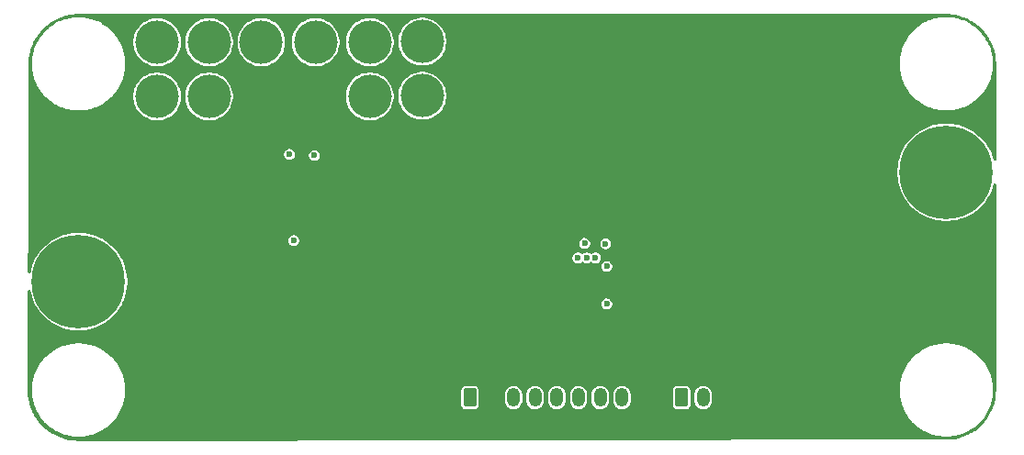
<source format=gbr>
%TF.GenerationSoftware,KiCad,Pcbnew,9.0.4*%
%TF.CreationDate,2025-09-17T13:52:30+02:00*%
%TF.ProjectId,switching_psu,73776974-6368-4696-9e67-5f7073752e6b,rev?*%
%TF.SameCoordinates,Original*%
%TF.FileFunction,Copper,L3,Inr*%
%TF.FilePolarity,Positive*%
%FSLAX46Y46*%
G04 Gerber Fmt 4.6, Leading zero omitted, Abs format (unit mm)*
G04 Created by KiCad (PCBNEW 9.0.4) date 2025-09-17 13:52:30*
%MOMM*%
%LPD*%
G01*
G04 APERTURE LIST*
G04 Aperture macros list*
%AMRoundRect*
0 Rectangle with rounded corners*
0 $1 Rounding radius*
0 $2 $3 $4 $5 $6 $7 $8 $9 X,Y pos of 4 corners*
0 Add a 4 corners polygon primitive as box body*
4,1,4,$2,$3,$4,$5,$6,$7,$8,$9,$2,$3,0*
0 Add four circle primitives for the rounded corners*
1,1,$1+$1,$2,$3*
1,1,$1+$1,$4,$5*
1,1,$1+$1,$6,$7*
1,1,$1+$1,$8,$9*
0 Add four rect primitives between the rounded corners*
20,1,$1+$1,$2,$3,$4,$5,0*
20,1,$1+$1,$4,$5,$6,$7,0*
20,1,$1+$1,$6,$7,$8,$9,0*
20,1,$1+$1,$8,$9,$2,$3,0*%
G04 Aperture macros list end*
%TA.AperFunction,ComponentPad*%
%ADD10C,0.900000*%
%TD*%
%TA.AperFunction,ComponentPad*%
%ADD11C,8.600000*%
%TD*%
%TA.AperFunction,ComponentPad*%
%ADD12RoundRect,0.250000X-0.350000X-0.625000X0.350000X-0.625000X0.350000X0.625000X-0.350000X0.625000X0*%
%TD*%
%TA.AperFunction,ComponentPad*%
%ADD13O,1.200000X1.750000*%
%TD*%
%TA.AperFunction,ViaPad*%
%ADD14C,0.600000*%
%TD*%
%TA.AperFunction,ViaPad*%
%ADD15C,4.000000*%
%TD*%
G04 APERTURE END LIST*
D10*
%TO.N,Net-(F1-Pad1)*%
%TO.C,H1*%
X102024354Y-99900000D03*
X102968935Y-97619581D03*
X102968935Y-102180419D03*
X105249354Y-96675000D03*
D11*
X105249354Y-99900000D03*
D10*
X105249354Y-103125000D03*
X107529773Y-97619581D03*
X107529773Y-102180419D03*
X108474354Y-99900000D03*
%TD*%
%TO.N,Vout*%
%TO.C,H3*%
X182024354Y-89799000D03*
X182968935Y-87518581D03*
X182968935Y-92079419D03*
X185249354Y-86574000D03*
D11*
X185249354Y-89799000D03*
D10*
X185249354Y-93024000D03*
X187529773Y-87518581D03*
X187529773Y-92079419D03*
X188474354Y-89799000D03*
%TD*%
%TO.N,GND*%
%TO.C,H4*%
X182024354Y-99899000D03*
X182968935Y-97618581D03*
X182968935Y-102179419D03*
X185249354Y-96674000D03*
D11*
X185249354Y-99899000D03*
D10*
X185249354Y-103124000D03*
X187529773Y-97618581D03*
X187529773Y-102179419D03*
X188474354Y-99899000D03*
%TD*%
%TO.N,GND*%
%TO.C,H2*%
X102024354Y-89799000D03*
X102968935Y-87518581D03*
X102968935Y-92079419D03*
X105249354Y-86574000D03*
D11*
X105249354Y-89799000D03*
D10*
X105249354Y-93024000D03*
X107529773Y-87518581D03*
X107529773Y-92079419D03*
X108474354Y-89799000D03*
%TD*%
D12*
%TO.N,Net-(J2-Pin_1)*%
%TO.C,J2*%
X160849354Y-110599000D03*
D13*
%TO.N,Net-(J2-Pin_2)*%
X162849354Y-110599000D03*
%TD*%
D12*
%TO.N,+5V*%
%TO.C,J1*%
X141349354Y-110599000D03*
D13*
%TO.N,GND*%
X143349354Y-110599000D03*
%TO.N,unconnected-(J1-Pin_3-Pad3)*%
X145349354Y-110599000D03*
%TO.N,EN*%
X147349354Y-110599000D03*
%TO.N,SCL*%
X149349354Y-110599000D03*
%TO.N,SDA*%
X151349354Y-110599000D03*
%TO.N,SALRT*%
X153349354Y-110599000D03*
%TO.N,Pgood*%
X155349354Y-110599000D03*
%TD*%
D14*
%TO.N,GND*%
X160285000Y-103601000D03*
%TO.N,+5V*%
X124700000Y-88150000D03*
%TO.N,Vin*%
X127000000Y-88250000D03*
%TO.N,GND*%
X153050000Y-93950000D03*
X151150000Y-93950000D03*
X149450000Y-93950000D03*
D15*
%TO.N,+5V*%
X136950646Y-82749646D03*
X136950646Y-77749646D03*
X112500646Y-77800000D03*
X112500646Y-82800000D03*
D14*
%TO.N,GND*%
X173700646Y-96087500D03*
X171300646Y-95387500D03*
X176900646Y-96087500D03*
X178500646Y-96087500D03*
X175300646Y-96087500D03*
X165200000Y-97050000D03*
X163250000Y-97100000D03*
X164250000Y-98850000D03*
X168200646Y-95387500D03*
X176100646Y-95337500D03*
X168900646Y-96137500D03*
X169700646Y-95387500D03*
X172100646Y-96087500D03*
X170500646Y-96087500D03*
X172900646Y-95387500D03*
X174500646Y-95337500D03*
X164250000Y-95200000D03*
X177700646Y-95337500D03*
%TO.N,Vin*%
X125090000Y-96110000D03*
%TO.N,GND*%
X115900000Y-93800000D03*
X115900000Y-90000000D03*
X117800000Y-93100000D03*
X117800000Y-90700000D03*
X115200000Y-93100000D03*
X115200000Y-90700000D03*
X117800000Y-91900000D03*
X115200000Y-91900000D03*
X117100000Y-93800000D03*
X117100000Y-90000000D03*
X126450000Y-96800000D03*
X143100000Y-100250000D03*
X150650000Y-100030000D03*
X146800000Y-100470000D03*
X146800000Y-101850000D03*
X122400646Y-87050000D03*
X127400000Y-98650000D03*
X151550000Y-101410000D03*
X137850000Y-99400000D03*
X149650000Y-101750000D03*
X151550000Y-102130000D03*
X147700000Y-101850000D03*
X124050646Y-86050000D03*
X151550000Y-100710000D03*
X139950000Y-99400000D03*
X151550000Y-102830000D03*
X150650000Y-100710000D03*
X148750000Y-101750000D03*
X131550000Y-99400000D03*
X133650000Y-99400000D03*
X147700000Y-101150000D03*
X146800000Y-101150000D03*
X138900000Y-100200000D03*
X150650000Y-102130000D03*
X142050000Y-99400000D03*
X143950000Y-99600000D03*
X125850646Y-86000000D03*
X130650000Y-100200000D03*
X126450000Y-100500000D03*
X141000000Y-100200000D03*
X122400646Y-89400000D03*
X127650646Y-86000000D03*
X136800000Y-100200000D03*
X132600000Y-100200000D03*
X150650000Y-102830000D03*
X150650000Y-101410000D03*
X123300646Y-88200000D03*
X134700000Y-100200000D03*
X151550000Y-100030000D03*
X125450000Y-98650000D03*
X135750000Y-99400000D03*
X147700000Y-100470000D03*
%TO.N,Vin*%
X151911854Y-96361500D03*
%TO.N,+5V*%
X153849354Y-96411500D03*
D15*
X132100000Y-82799000D03*
X117300000Y-77799000D03*
X127100000Y-77799000D03*
X132100000Y-77799000D03*
X122100000Y-77799000D03*
X117300000Y-82799000D03*
D14*
%TO.N,EN*%
X151299997Y-97700000D03*
%TO.N,Pgood*%
X153949354Y-101949000D03*
%TO.N,SCL*%
X152100000Y-97700000D03*
%TO.N,SALRT*%
X153949354Y-98499000D03*
%TO.N,SDA*%
X152900000Y-97700000D03*
%TD*%
%TA.AperFunction,Conductor*%
%TO.N,GND*%
G36*
X185252057Y-75199618D02*
G01*
X185609944Y-75215240D01*
X185615933Y-75215648D01*
X185694769Y-75222953D01*
X185699424Y-75223475D01*
X186014623Y-75264968D01*
X186021151Y-75266007D01*
X186094027Y-75279629D01*
X186097947Y-75280430D01*
X186414141Y-75350525D01*
X186421199Y-75352309D01*
X186483267Y-75369969D01*
X186486595Y-75370968D01*
X186540026Y-75387814D01*
X186805180Y-75471414D01*
X186812611Y-75474022D01*
X186857696Y-75491488D01*
X186860151Y-75492472D01*
X187184342Y-75626752D01*
X187192150Y-75630308D01*
X187210351Y-75639371D01*
X187212215Y-75640320D01*
X187311810Y-75692165D01*
X187544325Y-75813204D01*
X187553692Y-75818612D01*
X187882974Y-76028384D01*
X187891836Y-76034589D01*
X187966226Y-76091670D01*
X188180024Y-76255721D01*
X188201583Y-76272263D01*
X188209866Y-76279212D01*
X188427175Y-76478338D01*
X188497729Y-76542988D01*
X188505378Y-76550637D01*
X188549686Y-76598990D01*
X188756464Y-76824647D01*
X188769154Y-76838495D01*
X188776104Y-76846778D01*
X188890386Y-76995712D01*
X189013785Y-77156527D01*
X189019990Y-77165389D01*
X189229765Y-77494668D01*
X189235174Y-77504036D01*
X189408050Y-77836127D01*
X189409060Y-77838109D01*
X189418056Y-77856174D01*
X189421618Y-77863996D01*
X189555866Y-78188096D01*
X189556931Y-78190754D01*
X189574347Y-78235709D01*
X189576982Y-78243216D01*
X189677418Y-78561755D01*
X189678424Y-78565111D01*
X189696070Y-78627134D01*
X189697864Y-78634227D01*
X189767950Y-78950359D01*
X189768778Y-78954413D01*
X189782376Y-79027155D01*
X189783426Y-79033755D01*
X189824913Y-79348883D01*
X189825445Y-79353627D01*
X189832745Y-79432407D01*
X189833156Y-79438439D01*
X189847931Y-79776808D01*
X189848663Y-79793592D01*
X189848736Y-79795252D01*
X189848854Y-79800661D01*
X189848854Y-88634095D01*
X189829169Y-88701134D01*
X189776365Y-88746889D01*
X189707207Y-88756833D01*
X189643651Y-88727808D01*
X189605877Y-88669030D01*
X189605091Y-88666235D01*
X189545647Y-88444384D01*
X189411235Y-88075092D01*
X189411230Y-88075083D01*
X189411229Y-88075078D01*
X189245158Y-87718937D01*
X189245146Y-87718913D01*
X189205070Y-87649500D01*
X189048654Y-87378579D01*
X188823243Y-87056659D01*
X188823242Y-87056658D01*
X188823238Y-87056652D01*
X188570629Y-86755606D01*
X188292747Y-86477724D01*
X187991701Y-86225115D01*
X187669781Y-85999704D01*
X187669778Y-85999702D01*
X187669775Y-85999700D01*
X187568659Y-85941320D01*
X187329440Y-85803207D01*
X187329416Y-85803195D01*
X186973275Y-85637124D01*
X186973264Y-85637120D01*
X186973262Y-85637119D01*
X186603970Y-85502707D01*
X186363314Y-85438223D01*
X186224370Y-85400993D01*
X186224359Y-85400991D01*
X185837351Y-85332751D01*
X185445854Y-85298500D01*
X185445850Y-85298500D01*
X185052858Y-85298500D01*
X185052853Y-85298500D01*
X184661358Y-85332751D01*
X184661354Y-85332751D01*
X184274348Y-85400991D01*
X184274337Y-85400993D01*
X184070909Y-85455502D01*
X183894738Y-85502707D01*
X183894735Y-85502708D01*
X183894734Y-85502708D01*
X183525432Y-85637124D01*
X183169291Y-85803195D01*
X183169267Y-85803207D01*
X182828941Y-85999695D01*
X182828926Y-85999704D01*
X182507006Y-86225115D01*
X182205960Y-86477724D01*
X181928078Y-86755606D01*
X181675469Y-87056652D01*
X181450058Y-87378572D01*
X181450049Y-87378587D01*
X181253561Y-87718913D01*
X181253549Y-87718937D01*
X181087478Y-88075078D01*
X180953497Y-88443187D01*
X180953061Y-88444384D01*
X180905856Y-88620555D01*
X180851347Y-88823983D01*
X180851345Y-88823994D01*
X180783105Y-89211000D01*
X180783105Y-89211004D01*
X180748854Y-89602499D01*
X180748854Y-89995500D01*
X180783105Y-90386995D01*
X180783105Y-90386999D01*
X180851345Y-90774005D01*
X180851347Y-90774015D01*
X180953061Y-91153616D01*
X180953062Y-91153618D01*
X180953062Y-91153619D01*
X181087478Y-91522921D01*
X181253549Y-91879062D01*
X181253561Y-91879086D01*
X181450049Y-92219412D01*
X181450058Y-92219427D01*
X181675469Y-92541347D01*
X181868147Y-92770971D01*
X181928076Y-92842391D01*
X182205963Y-93120278D01*
X182313092Y-93210170D01*
X182507006Y-93372884D01*
X182507012Y-93372888D01*
X182507013Y-93372889D01*
X182828933Y-93598300D01*
X183169274Y-93794796D01*
X183169288Y-93794802D01*
X183169291Y-93794804D01*
X183525432Y-93960875D01*
X183525437Y-93960876D01*
X183525446Y-93960881D01*
X183894738Y-94095293D01*
X184274339Y-94197007D01*
X184661361Y-94265249D01*
X185052856Y-94299499D01*
X185052857Y-94299500D01*
X185052858Y-94299500D01*
X185445851Y-94299500D01*
X185445851Y-94299499D01*
X185837347Y-94265249D01*
X186224369Y-94197007D01*
X186603970Y-94095293D01*
X186973262Y-93960881D01*
X187329434Y-93794796D01*
X187669775Y-93598300D01*
X187991695Y-93372889D01*
X188292745Y-93120278D01*
X188570632Y-92842391D01*
X188823243Y-92541341D01*
X189048654Y-92219421D01*
X189245150Y-91879080D01*
X189411235Y-91522908D01*
X189545647Y-91153616D01*
X189605080Y-90931807D01*
X189641444Y-90872150D01*
X189704291Y-90841621D01*
X189773667Y-90849916D01*
X189827545Y-90894401D01*
X189848819Y-90960953D01*
X189848854Y-90963904D01*
X189848854Y-109896293D01*
X189848736Y-109901702D01*
X189833110Y-110259555D01*
X189832699Y-110265587D01*
X189825399Y-110344369D01*
X189824867Y-110349113D01*
X189783382Y-110664222D01*
X189782332Y-110670822D01*
X189768729Y-110743593D01*
X189767901Y-110747647D01*
X189697815Y-111063781D01*
X189696020Y-111070877D01*
X189678393Y-111132827D01*
X189677388Y-111136179D01*
X189576935Y-111454776D01*
X189574301Y-111462282D01*
X189556895Y-111507213D01*
X189555829Y-111509873D01*
X189421585Y-111833965D01*
X189418023Y-111841785D01*
X189408990Y-111859925D01*
X189407980Y-111861909D01*
X189235134Y-112193940D01*
X189229725Y-112203308D01*
X189019957Y-112532576D01*
X189013753Y-112541438D01*
X188776067Y-112851194D01*
X188769113Y-112859481D01*
X188505346Y-113147329D01*
X188497697Y-113154978D01*
X188209840Y-113418748D01*
X188201553Y-113425701D01*
X187891809Y-113663372D01*
X187882947Y-113669577D01*
X187553669Y-113879347D01*
X187544301Y-113884756D01*
X187212215Y-114057627D01*
X187210227Y-114058639D01*
X187192143Y-114067643D01*
X187184327Y-114071203D01*
X186860251Y-114205436D01*
X186857592Y-114206501D01*
X186812625Y-114223921D01*
X186805119Y-114226555D01*
X186486572Y-114326990D01*
X186483217Y-114327996D01*
X186421222Y-114345634D01*
X186414128Y-114347428D01*
X186098000Y-114417510D01*
X186093944Y-114418338D01*
X186021175Y-114431939D01*
X186014577Y-114432989D01*
X185699468Y-114474471D01*
X185694724Y-114475003D01*
X185615948Y-114482302D01*
X185609916Y-114482713D01*
X185250903Y-114498386D01*
X185245650Y-114498504D01*
X105252131Y-114598495D01*
X105246566Y-114598377D01*
X104882664Y-114582485D01*
X104876633Y-114582074D01*
X104792023Y-114574234D01*
X104787277Y-114573702D01*
X104469003Y-114531797D01*
X104462403Y-114530746D01*
X104383835Y-114516058D01*
X104379783Y-114515231D01*
X104060620Y-114444472D01*
X104053523Y-114442677D01*
X103985726Y-114423386D01*
X103982373Y-114422381D01*
X103660945Y-114321032D01*
X103653441Y-114318398D01*
X103631778Y-114310006D01*
X103602718Y-114298748D01*
X103600090Y-114297695D01*
X103273365Y-114162358D01*
X103265546Y-114158797D01*
X103241592Y-114146869D01*
X103239608Y-114145858D01*
X102904427Y-113971372D01*
X102895058Y-113965963D01*
X102866278Y-113947628D01*
X102558417Y-113751495D01*
X102549557Y-113745291D01*
X102411262Y-113639172D01*
X102232895Y-113502305D01*
X102224612Y-113495355D01*
X102167228Y-113442772D01*
X101930326Y-113225689D01*
X101922677Y-113218040D01*
X101814071Y-113099516D01*
X101653011Y-112923749D01*
X101646062Y-112915466D01*
X101587922Y-112839696D01*
X101403083Y-112598806D01*
X101396878Y-112589945D01*
X101182411Y-112253297D01*
X101177003Y-112243929D01*
X101103621Y-112102963D01*
X101002520Y-111908748D01*
X101001530Y-111906803D01*
X100989562Y-111882767D01*
X100986027Y-111875007D01*
X100850655Y-111548187D01*
X100849714Y-111545841D01*
X100829966Y-111494863D01*
X100827345Y-111487393D01*
X100822528Y-111472116D01*
X100725992Y-111165941D01*
X100724992Y-111162602D01*
X100717474Y-111136179D01*
X100705713Y-111094843D01*
X100703921Y-111087759D01*
X100703718Y-111086843D01*
X100633151Y-110768536D01*
X100632332Y-110764520D01*
X100625157Y-110726139D01*
X100617639Y-110685924D01*
X100616601Y-110679402D01*
X100574679Y-110360967D01*
X100574164Y-110356380D01*
X100566320Y-110271729D01*
X100565912Y-110265733D01*
X100560726Y-110146955D01*
X100560610Y-110141332D01*
X100561221Y-109899498D01*
X100949353Y-109899498D01*
X100949851Y-109992027D01*
X100957813Y-110176912D01*
X100973721Y-110361288D01*
X100997549Y-110544819D01*
X101029246Y-110727135D01*
X101068760Y-110907923D01*
X101116014Y-111086843D01*
X101122433Y-111107501D01*
X101170621Y-111262595D01*
X101170931Y-111263591D01*
X101233383Y-111437765D01*
X101303293Y-111609145D01*
X101333295Y-111674500D01*
X101380493Y-111777316D01*
X101422809Y-111859925D01*
X101464352Y-111941028D01*
X101464863Y-111942024D01*
X101556241Y-112102950D01*
X101556247Y-112102960D01*
X101556249Y-112102963D01*
X101654457Y-112259796D01*
X101759326Y-112412263D01*
X101759332Y-112412271D01*
X101869919Y-112559099D01*
X101870670Y-112560095D01*
X101988257Y-112702984D01*
X102111898Y-112840698D01*
X102185075Y-112915466D01*
X102241335Y-112972949D01*
X102376347Y-113099516D01*
X102516679Y-113220156D01*
X102662071Y-113334647D01*
X102812254Y-113442777D01*
X102966950Y-113544346D01*
X103125873Y-113639165D01*
X103125885Y-113639172D01*
X103182221Y-113669577D01*
X103288728Y-113727060D01*
X103455214Y-113807866D01*
X103625022Y-113881436D01*
X103797837Y-113947631D01*
X103973341Y-114006331D01*
X104126911Y-114050445D01*
X104151197Y-114057422D01*
X104151200Y-114057422D01*
X104151208Y-114057425D01*
X104331108Y-114100820D01*
X104417419Y-114117747D01*
X104512711Y-114136436D01*
X104568513Y-114144904D01*
X104695673Y-114164204D01*
X104879663Y-114184076D01*
X105064337Y-114196014D01*
X105249354Y-114199996D01*
X105434371Y-114196014D01*
X105619045Y-114184076D01*
X105803035Y-114164204D01*
X105945742Y-114142544D01*
X105985996Y-114136436D01*
X106035888Y-114126651D01*
X106167600Y-114100820D01*
X106347500Y-114057425D01*
X106525367Y-114006331D01*
X106700871Y-113947631D01*
X106873686Y-113881436D01*
X107043494Y-113807866D01*
X107209980Y-113727060D01*
X107372835Y-113639165D01*
X107531758Y-113544346D01*
X107686454Y-113442777D01*
X107836637Y-113334647D01*
X107982029Y-113220156D01*
X108122361Y-113099516D01*
X108257373Y-112972949D01*
X108386815Y-112840692D01*
X108510447Y-112702988D01*
X108628040Y-112560093D01*
X108739376Y-112412271D01*
X108844250Y-112259796D01*
X108942467Y-112102950D01*
X109033845Y-111942024D01*
X109118215Y-111777316D01*
X109195421Y-111609130D01*
X109265319Y-111437779D01*
X109327781Y-111263579D01*
X109382691Y-111086852D01*
X109429946Y-110907928D01*
X109469461Y-110727136D01*
X109501160Y-110544811D01*
X109524986Y-110361291D01*
X109540895Y-110176916D01*
X109548856Y-109992028D01*
X109548856Y-109919730D01*
X140548854Y-109919730D01*
X140548854Y-111278269D01*
X140551707Y-111308699D01*
X140551707Y-111308701D01*
X140596521Y-111436769D01*
X140596561Y-111436882D01*
X140677204Y-111546150D01*
X140786472Y-111626793D01*
X140829199Y-111641744D01*
X140914653Y-111671646D01*
X140945084Y-111674500D01*
X140945088Y-111674500D01*
X141753624Y-111674500D01*
X141784053Y-111671646D01*
X141784055Y-111671646D01*
X141848144Y-111649219D01*
X141912236Y-111626793D01*
X142021504Y-111546150D01*
X142102147Y-111436882D01*
X142124573Y-111372790D01*
X142147000Y-111308701D01*
X142147000Y-111308699D01*
X142149854Y-111278269D01*
X142149854Y-110245153D01*
X144548854Y-110245153D01*
X144548854Y-110952846D01*
X144579615Y-111107489D01*
X144579618Y-111107501D01*
X144639956Y-111253172D01*
X144639963Y-111253185D01*
X144727564Y-111384288D01*
X144727567Y-111384292D01*
X144839061Y-111495786D01*
X144839065Y-111495789D01*
X144970168Y-111583390D01*
X144970181Y-111583397D01*
X145074950Y-111626793D01*
X145115857Y-111643737D01*
X145256164Y-111671646D01*
X145270507Y-111674499D01*
X145270510Y-111674500D01*
X145270512Y-111674500D01*
X145428198Y-111674500D01*
X145428199Y-111674499D01*
X145582851Y-111643737D01*
X145728533Y-111583394D01*
X145859643Y-111495789D01*
X145971143Y-111384289D01*
X146058748Y-111253179D01*
X146119091Y-111107497D01*
X146149854Y-110952842D01*
X146149854Y-110245158D01*
X146149854Y-110245155D01*
X146149853Y-110245153D01*
X146548854Y-110245153D01*
X146548854Y-110952846D01*
X146579615Y-111107489D01*
X146579618Y-111107501D01*
X146639956Y-111253172D01*
X146639963Y-111253185D01*
X146727564Y-111384288D01*
X146727567Y-111384292D01*
X146839061Y-111495786D01*
X146839065Y-111495789D01*
X146970168Y-111583390D01*
X146970181Y-111583397D01*
X147074950Y-111626793D01*
X147115857Y-111643737D01*
X147256164Y-111671646D01*
X147270507Y-111674499D01*
X147270510Y-111674500D01*
X147270512Y-111674500D01*
X147428198Y-111674500D01*
X147428199Y-111674499D01*
X147582851Y-111643737D01*
X147728533Y-111583394D01*
X147859643Y-111495789D01*
X147971143Y-111384289D01*
X148058748Y-111253179D01*
X148119091Y-111107497D01*
X148149854Y-110952842D01*
X148149854Y-110245158D01*
X148149854Y-110245155D01*
X148149853Y-110245153D01*
X148548854Y-110245153D01*
X148548854Y-110952846D01*
X148579615Y-111107489D01*
X148579618Y-111107501D01*
X148639956Y-111253172D01*
X148639963Y-111253185D01*
X148727564Y-111384288D01*
X148727567Y-111384292D01*
X148839061Y-111495786D01*
X148839065Y-111495789D01*
X148970168Y-111583390D01*
X148970181Y-111583397D01*
X149074950Y-111626793D01*
X149115857Y-111643737D01*
X149256164Y-111671646D01*
X149270507Y-111674499D01*
X149270510Y-111674500D01*
X149270512Y-111674500D01*
X149428198Y-111674500D01*
X149428199Y-111674499D01*
X149582851Y-111643737D01*
X149728533Y-111583394D01*
X149859643Y-111495789D01*
X149971143Y-111384289D01*
X150058748Y-111253179D01*
X150119091Y-111107497D01*
X150149854Y-110952842D01*
X150149854Y-110245158D01*
X150149854Y-110245155D01*
X150149853Y-110245153D01*
X150548854Y-110245153D01*
X150548854Y-110952846D01*
X150579615Y-111107489D01*
X150579618Y-111107501D01*
X150639956Y-111253172D01*
X150639963Y-111253185D01*
X150727564Y-111384288D01*
X150727567Y-111384292D01*
X150839061Y-111495786D01*
X150839065Y-111495789D01*
X150970168Y-111583390D01*
X150970181Y-111583397D01*
X151074950Y-111626793D01*
X151115857Y-111643737D01*
X151256164Y-111671646D01*
X151270507Y-111674499D01*
X151270510Y-111674500D01*
X151270512Y-111674500D01*
X151428198Y-111674500D01*
X151428199Y-111674499D01*
X151582851Y-111643737D01*
X151728533Y-111583394D01*
X151859643Y-111495789D01*
X151971143Y-111384289D01*
X152058748Y-111253179D01*
X152119091Y-111107497D01*
X152149854Y-110952842D01*
X152149854Y-110245158D01*
X152149854Y-110245155D01*
X152149853Y-110245153D01*
X152548854Y-110245153D01*
X152548854Y-110952846D01*
X152579615Y-111107489D01*
X152579618Y-111107501D01*
X152639956Y-111253172D01*
X152639963Y-111253185D01*
X152727564Y-111384288D01*
X152727567Y-111384292D01*
X152839061Y-111495786D01*
X152839065Y-111495789D01*
X152970168Y-111583390D01*
X152970181Y-111583397D01*
X153074950Y-111626793D01*
X153115857Y-111643737D01*
X153256164Y-111671646D01*
X153270507Y-111674499D01*
X153270510Y-111674500D01*
X153270512Y-111674500D01*
X153428198Y-111674500D01*
X153428199Y-111674499D01*
X153582851Y-111643737D01*
X153728533Y-111583394D01*
X153859643Y-111495789D01*
X153971143Y-111384289D01*
X154058748Y-111253179D01*
X154119091Y-111107497D01*
X154149854Y-110952842D01*
X154149854Y-110245158D01*
X154149854Y-110245155D01*
X154149853Y-110245153D01*
X154548854Y-110245153D01*
X154548854Y-110952846D01*
X154579615Y-111107489D01*
X154579618Y-111107501D01*
X154639956Y-111253172D01*
X154639963Y-111253185D01*
X154727564Y-111384288D01*
X154727567Y-111384292D01*
X154839061Y-111495786D01*
X154839065Y-111495789D01*
X154970168Y-111583390D01*
X154970181Y-111583397D01*
X155074950Y-111626793D01*
X155115857Y-111643737D01*
X155256164Y-111671646D01*
X155270507Y-111674499D01*
X155270510Y-111674500D01*
X155270512Y-111674500D01*
X155428198Y-111674500D01*
X155428199Y-111674499D01*
X155582851Y-111643737D01*
X155728533Y-111583394D01*
X155859643Y-111495789D01*
X155971143Y-111384289D01*
X156058748Y-111253179D01*
X156119091Y-111107497D01*
X156149854Y-110952842D01*
X156149854Y-110245158D01*
X156149854Y-110245155D01*
X156149853Y-110245153D01*
X156136279Y-110176912D01*
X156119091Y-110090503D01*
X156078302Y-109992028D01*
X156066828Y-109964327D01*
X156066812Y-109964289D01*
X156065748Y-109961722D01*
X156058748Y-109944821D01*
X156058745Y-109944816D01*
X156058744Y-109944814D01*
X156041983Y-109919730D01*
X160048854Y-109919730D01*
X160048854Y-111278269D01*
X160051707Y-111308699D01*
X160051707Y-111308701D01*
X160096521Y-111436769D01*
X160096561Y-111436882D01*
X160177204Y-111546150D01*
X160286472Y-111626793D01*
X160329199Y-111641744D01*
X160414653Y-111671646D01*
X160445084Y-111674500D01*
X160445088Y-111674500D01*
X161253624Y-111674500D01*
X161284053Y-111671646D01*
X161284055Y-111671646D01*
X161348144Y-111649219D01*
X161412236Y-111626793D01*
X161521504Y-111546150D01*
X161602147Y-111436882D01*
X161624573Y-111372790D01*
X161647000Y-111308701D01*
X161647000Y-111308699D01*
X161649854Y-111278269D01*
X161649854Y-110245153D01*
X162048854Y-110245153D01*
X162048854Y-110952846D01*
X162079615Y-111107489D01*
X162079618Y-111107501D01*
X162139956Y-111253172D01*
X162139963Y-111253185D01*
X162227564Y-111384288D01*
X162227567Y-111384292D01*
X162339061Y-111495786D01*
X162339065Y-111495789D01*
X162470168Y-111583390D01*
X162470181Y-111583397D01*
X162574950Y-111626793D01*
X162615857Y-111643737D01*
X162756164Y-111671646D01*
X162770507Y-111674499D01*
X162770510Y-111674500D01*
X162770512Y-111674500D01*
X162928198Y-111674500D01*
X162928199Y-111674499D01*
X163082851Y-111643737D01*
X163228533Y-111583394D01*
X163359643Y-111495789D01*
X163471143Y-111384289D01*
X163558748Y-111253179D01*
X163619091Y-111107497D01*
X163649854Y-110952842D01*
X163649854Y-110245158D01*
X163649854Y-110245155D01*
X163649853Y-110245153D01*
X163636279Y-110176912D01*
X163619091Y-110090503D01*
X163558748Y-109944821D01*
X163558745Y-109944816D01*
X163558744Y-109944814D01*
X163527799Y-109898502D01*
X180949353Y-109898502D01*
X180949851Y-109991031D01*
X180957813Y-110175916D01*
X180973721Y-110360292D01*
X180997549Y-110543823D01*
X181029246Y-110726139D01*
X181068760Y-110906927D01*
X181116014Y-111085847D01*
X181170931Y-111262595D01*
X181233383Y-111436769D01*
X181303293Y-111608149D01*
X181333752Y-111674500D01*
X181380493Y-111776320D01*
X181410021Y-111833965D01*
X181464862Y-111941027D01*
X181502460Y-112007241D01*
X181556241Y-112101954D01*
X181556247Y-112101964D01*
X181556249Y-112101967D01*
X181654457Y-112258800D01*
X181733137Y-112373191D01*
X181759332Y-112411275D01*
X181870668Y-112559097D01*
X181896054Y-112589945D01*
X181988257Y-112701988D01*
X182111898Y-112839702D01*
X182194161Y-112923753D01*
X182241335Y-112971953D01*
X182376347Y-113098520D01*
X182516679Y-113219160D01*
X182662071Y-113333651D01*
X182812254Y-113441781D01*
X182966950Y-113543350D01*
X183125873Y-113638169D01*
X183125885Y-113638176D01*
X183221861Y-113689975D01*
X183288728Y-113726064D01*
X183455214Y-113806870D01*
X183625022Y-113880440D01*
X183797837Y-113946635D01*
X183973341Y-114005335D01*
X184126911Y-114049449D01*
X184151197Y-114056426D01*
X184151200Y-114056426D01*
X184151208Y-114056429D01*
X184331108Y-114099824D01*
X184417419Y-114116751D01*
X184512711Y-114135440D01*
X184568513Y-114143908D01*
X184695673Y-114163208D01*
X184879663Y-114183080D01*
X185064337Y-114195018D01*
X185249354Y-114199000D01*
X185434371Y-114195018D01*
X185619045Y-114183080D01*
X185803035Y-114163208D01*
X185945742Y-114141548D01*
X185985996Y-114135440D01*
X186035888Y-114125655D01*
X186167600Y-114099824D01*
X186347500Y-114056429D01*
X186525367Y-114005335D01*
X186700871Y-113946635D01*
X186873686Y-113880440D01*
X187043494Y-113806870D01*
X187209980Y-113726064D01*
X187372835Y-113638169D01*
X187531758Y-113543350D01*
X187686454Y-113441781D01*
X187836637Y-113333651D01*
X187982029Y-113219160D01*
X188122361Y-113098520D01*
X188257373Y-112971953D01*
X188386815Y-112839696D01*
X188510447Y-112701992D01*
X188628040Y-112559097D01*
X188739376Y-112411275D01*
X188844250Y-112258800D01*
X188942467Y-112101954D01*
X189033845Y-111941028D01*
X189118215Y-111776320D01*
X189195421Y-111608134D01*
X189265319Y-111436783D01*
X189327781Y-111262583D01*
X189382691Y-111085856D01*
X189429946Y-110906932D01*
X189469461Y-110726140D01*
X189501160Y-110543815D01*
X189524986Y-110360295D01*
X189540895Y-110175920D01*
X189548856Y-109991032D01*
X189548856Y-109805972D01*
X189540895Y-109621084D01*
X189524986Y-109436709D01*
X189501160Y-109253189D01*
X189469461Y-109070864D01*
X189429946Y-108890072D01*
X189382691Y-108711148D01*
X189327781Y-108534421D01*
X189265319Y-108360221D01*
X189195421Y-108188870D01*
X189118215Y-108020684D01*
X189033845Y-107855976D01*
X188942467Y-107695050D01*
X188844874Y-107539200D01*
X188844250Y-107538203D01*
X188739381Y-107385736D01*
X188739376Y-107385729D01*
X188628040Y-107237907D01*
X188569243Y-107166459D01*
X188510450Y-107095015D01*
X188386809Y-106957301D01*
X188257375Y-106825053D01*
X188257373Y-106825051D01*
X188122361Y-106698484D01*
X187982029Y-106577844D01*
X187836637Y-106463353D01*
X187686454Y-106355223D01*
X187531758Y-106253654D01*
X187531753Y-106253651D01*
X187372822Y-106158827D01*
X187209995Y-106070948D01*
X187209993Y-106070947D01*
X187209980Y-106070940D01*
X187043494Y-105990134D01*
X186873686Y-105916564D01*
X186700877Y-105850371D01*
X186699130Y-105849786D01*
X186525367Y-105791669D01*
X186480075Y-105778658D01*
X186347510Y-105740577D01*
X186167592Y-105697178D01*
X185985996Y-105661563D01*
X185843292Y-105639905D01*
X185803035Y-105633796D01*
X185698537Y-105622509D01*
X185619049Y-105613924D01*
X185434357Y-105601985D01*
X185249354Y-105598003D01*
X185064350Y-105601985D01*
X184879658Y-105613924D01*
X184780298Y-105624656D01*
X184695673Y-105633796D01*
X184670963Y-105637546D01*
X184512711Y-105661563D01*
X184331115Y-105697178D01*
X184151197Y-105740577D01*
X183974991Y-105791194D01*
X183973341Y-105791669D01*
X183885589Y-105821019D01*
X183797830Y-105850371D01*
X183625021Y-105916564D01*
X183455223Y-105990130D01*
X183455214Y-105990134D01*
X183288728Y-106070940D01*
X183288712Y-106070948D01*
X183125885Y-106158827D01*
X182966954Y-106253651D01*
X182812248Y-106355227D01*
X182662071Y-106463352D01*
X182516683Y-106577840D01*
X182376338Y-106698492D01*
X182241332Y-106825053D01*
X182111898Y-106957301D01*
X181988257Y-107095015D01*
X181870670Y-107237904D01*
X181759326Y-107385736D01*
X181654457Y-107538203D01*
X181556249Y-107695036D01*
X181464862Y-107855976D01*
X181380486Y-108020698D01*
X181303293Y-108188854D01*
X181233383Y-108360234D01*
X181170931Y-108534408D01*
X181116014Y-108711156D01*
X181068760Y-108890076D01*
X181029246Y-109070864D01*
X180997549Y-109253180D01*
X180973721Y-109436711D01*
X180966233Y-109523500D01*
X180958373Y-109614602D01*
X180957813Y-109621087D01*
X180949851Y-109805972D01*
X180949353Y-109898502D01*
X163527799Y-109898502D01*
X163471143Y-109813711D01*
X163471140Y-109813707D01*
X163359646Y-109702213D01*
X163359642Y-109702210D01*
X163228539Y-109614609D01*
X163228526Y-109614602D01*
X163082855Y-109554264D01*
X163082843Y-109554261D01*
X162928199Y-109523500D01*
X162928196Y-109523500D01*
X162770512Y-109523500D01*
X162770509Y-109523500D01*
X162615864Y-109554261D01*
X162615852Y-109554264D01*
X162470181Y-109614602D01*
X162470168Y-109614609D01*
X162339065Y-109702210D01*
X162339061Y-109702213D01*
X162227567Y-109813707D01*
X162227564Y-109813711D01*
X162139963Y-109944814D01*
X162139956Y-109944827D01*
X162079618Y-110090498D01*
X162079615Y-110090510D01*
X162048854Y-110245153D01*
X161649854Y-110245153D01*
X161649854Y-109919730D01*
X161647000Y-109889300D01*
X161647000Y-109889298D01*
X161602147Y-109761119D01*
X161602146Y-109761117D01*
X161558673Y-109702213D01*
X161521504Y-109651850D01*
X161412236Y-109571207D01*
X161412234Y-109571206D01*
X161284054Y-109526353D01*
X161253624Y-109523500D01*
X161253620Y-109523500D01*
X160445088Y-109523500D01*
X160445084Y-109523500D01*
X160414654Y-109526353D01*
X160414652Y-109526353D01*
X160286473Y-109571206D01*
X160286471Y-109571207D01*
X160177204Y-109651850D01*
X160096561Y-109761117D01*
X160096560Y-109761119D01*
X160051707Y-109889298D01*
X160051707Y-109889300D01*
X160048854Y-109919730D01*
X156041983Y-109919730D01*
X155971143Y-109813711D01*
X155971140Y-109813707D01*
X155859646Y-109702213D01*
X155859642Y-109702210D01*
X155728539Y-109614609D01*
X155728526Y-109614602D01*
X155582855Y-109554264D01*
X155582843Y-109554261D01*
X155428199Y-109523500D01*
X155428196Y-109523500D01*
X155270512Y-109523500D01*
X155270509Y-109523500D01*
X155115864Y-109554261D01*
X155115852Y-109554264D01*
X154970181Y-109614602D01*
X154970168Y-109614609D01*
X154839065Y-109702210D01*
X154839061Y-109702213D01*
X154727567Y-109813707D01*
X154727564Y-109813711D01*
X154639963Y-109944814D01*
X154639956Y-109944827D01*
X154579618Y-110090498D01*
X154579615Y-110090510D01*
X154548854Y-110245153D01*
X154149853Y-110245153D01*
X154136279Y-110176912D01*
X154119091Y-110090503D01*
X154078302Y-109992028D01*
X154058751Y-109944827D01*
X154058744Y-109944814D01*
X153971143Y-109813711D01*
X153971140Y-109813707D01*
X153859646Y-109702213D01*
X153859642Y-109702210D01*
X153728539Y-109614609D01*
X153728526Y-109614602D01*
X153582855Y-109554264D01*
X153582843Y-109554261D01*
X153428199Y-109523500D01*
X153428196Y-109523500D01*
X153270512Y-109523500D01*
X153270509Y-109523500D01*
X153115864Y-109554261D01*
X153115852Y-109554264D01*
X152970181Y-109614602D01*
X152970168Y-109614609D01*
X152839065Y-109702210D01*
X152839061Y-109702213D01*
X152727567Y-109813707D01*
X152727564Y-109813711D01*
X152639963Y-109944814D01*
X152639956Y-109944827D01*
X152579618Y-110090498D01*
X152579615Y-110090510D01*
X152548854Y-110245153D01*
X152149853Y-110245153D01*
X152136279Y-110176912D01*
X152119091Y-110090503D01*
X152078302Y-109992028D01*
X152058751Y-109944827D01*
X152058744Y-109944814D01*
X151971143Y-109813711D01*
X151971140Y-109813707D01*
X151859646Y-109702213D01*
X151859642Y-109702210D01*
X151728539Y-109614609D01*
X151728526Y-109614602D01*
X151582855Y-109554264D01*
X151582843Y-109554261D01*
X151428199Y-109523500D01*
X151428196Y-109523500D01*
X151270512Y-109523500D01*
X151270509Y-109523500D01*
X151115864Y-109554261D01*
X151115852Y-109554264D01*
X150970181Y-109614602D01*
X150970168Y-109614609D01*
X150839065Y-109702210D01*
X150839061Y-109702213D01*
X150727567Y-109813707D01*
X150727564Y-109813711D01*
X150639963Y-109944814D01*
X150639956Y-109944827D01*
X150579618Y-110090498D01*
X150579615Y-110090510D01*
X150548854Y-110245153D01*
X150149853Y-110245153D01*
X150136279Y-110176912D01*
X150119091Y-110090503D01*
X150078302Y-109992028D01*
X150058751Y-109944827D01*
X150058744Y-109944814D01*
X149971143Y-109813711D01*
X149971140Y-109813707D01*
X149859646Y-109702213D01*
X149859642Y-109702210D01*
X149728539Y-109614609D01*
X149728526Y-109614602D01*
X149582855Y-109554264D01*
X149582843Y-109554261D01*
X149428199Y-109523500D01*
X149428196Y-109523500D01*
X149270512Y-109523500D01*
X149270509Y-109523500D01*
X149115864Y-109554261D01*
X149115852Y-109554264D01*
X148970181Y-109614602D01*
X148970168Y-109614609D01*
X148839065Y-109702210D01*
X148839061Y-109702213D01*
X148727567Y-109813707D01*
X148727564Y-109813711D01*
X148639963Y-109944814D01*
X148639956Y-109944827D01*
X148579618Y-110090498D01*
X148579615Y-110090510D01*
X148548854Y-110245153D01*
X148149853Y-110245153D01*
X148136279Y-110176912D01*
X148119091Y-110090503D01*
X148078302Y-109992028D01*
X148058751Y-109944827D01*
X148058744Y-109944814D01*
X147971143Y-109813711D01*
X147971140Y-109813707D01*
X147859646Y-109702213D01*
X147859642Y-109702210D01*
X147728539Y-109614609D01*
X147728526Y-109614602D01*
X147582855Y-109554264D01*
X147582843Y-109554261D01*
X147428199Y-109523500D01*
X147428196Y-109523500D01*
X147270512Y-109523500D01*
X147270509Y-109523500D01*
X147115864Y-109554261D01*
X147115852Y-109554264D01*
X146970181Y-109614602D01*
X146970168Y-109614609D01*
X146839065Y-109702210D01*
X146839061Y-109702213D01*
X146727567Y-109813707D01*
X146727564Y-109813711D01*
X146639963Y-109944814D01*
X146639956Y-109944827D01*
X146579618Y-110090498D01*
X146579615Y-110090510D01*
X146548854Y-110245153D01*
X146149853Y-110245153D01*
X146136279Y-110176912D01*
X146119091Y-110090503D01*
X146078302Y-109992028D01*
X146058751Y-109944827D01*
X146058744Y-109944814D01*
X145971143Y-109813711D01*
X145971140Y-109813707D01*
X145859646Y-109702213D01*
X145859642Y-109702210D01*
X145728539Y-109614609D01*
X145728526Y-109614602D01*
X145582855Y-109554264D01*
X145582843Y-109554261D01*
X145428199Y-109523500D01*
X145428196Y-109523500D01*
X145270512Y-109523500D01*
X145270509Y-109523500D01*
X145115864Y-109554261D01*
X145115852Y-109554264D01*
X144970181Y-109614602D01*
X144970168Y-109614609D01*
X144839065Y-109702210D01*
X144839061Y-109702213D01*
X144727567Y-109813707D01*
X144727564Y-109813711D01*
X144639963Y-109944814D01*
X144639956Y-109944827D01*
X144579618Y-110090498D01*
X144579615Y-110090510D01*
X144548854Y-110245153D01*
X142149854Y-110245153D01*
X142149854Y-109919730D01*
X142147000Y-109889300D01*
X142147000Y-109889298D01*
X142102147Y-109761119D01*
X142102146Y-109761117D01*
X142058673Y-109702213D01*
X142021504Y-109651850D01*
X141912236Y-109571207D01*
X141912234Y-109571206D01*
X141784054Y-109526353D01*
X141753624Y-109523500D01*
X141753620Y-109523500D01*
X140945088Y-109523500D01*
X140945084Y-109523500D01*
X140914654Y-109526353D01*
X140914652Y-109526353D01*
X140786473Y-109571206D01*
X140786471Y-109571207D01*
X140677204Y-109651850D01*
X140596561Y-109761117D01*
X140596560Y-109761119D01*
X140551707Y-109889298D01*
X140551707Y-109889300D01*
X140548854Y-109919730D01*
X109548856Y-109919730D01*
X109548856Y-109806968D01*
X109540895Y-109622080D01*
X109524986Y-109437705D01*
X109501160Y-109254185D01*
X109469461Y-109071860D01*
X109429946Y-108891068D01*
X109382691Y-108712144D01*
X109327781Y-108535417D01*
X109265319Y-108361217D01*
X109195421Y-108189866D01*
X109194956Y-108188854D01*
X109118221Y-108021694D01*
X109118215Y-108021680D01*
X109033845Y-107856972D01*
X108942467Y-107696046D01*
X108915809Y-107653475D01*
X108844250Y-107539199D01*
X108739381Y-107386732D01*
X108738626Y-107385729D01*
X108628040Y-107238903D01*
X108569243Y-107167455D01*
X108510450Y-107096011D01*
X108386809Y-106958297D01*
X108257375Y-106826049D01*
X108256313Y-106825053D01*
X108122361Y-106699480D01*
X107982029Y-106578840D01*
X107836637Y-106464349D01*
X107835252Y-106463352D01*
X107774802Y-106419828D01*
X107686454Y-106356219D01*
X107531758Y-106254650D01*
X107372835Y-106159831D01*
X107372822Y-106159823D01*
X107209995Y-106071944D01*
X107209993Y-106071943D01*
X107209980Y-106071936D01*
X107043494Y-105991130D01*
X106873686Y-105917560D01*
X106871086Y-105916564D01*
X106700877Y-105851367D01*
X106697893Y-105850369D01*
X106525367Y-105792665D01*
X106480075Y-105779654D01*
X106347510Y-105741573D01*
X106167592Y-105698174D01*
X105985996Y-105662559D01*
X105843292Y-105640901D01*
X105803035Y-105634792D01*
X105698537Y-105623505D01*
X105619049Y-105614920D01*
X105434357Y-105602981D01*
X105249354Y-105598999D01*
X105064350Y-105602981D01*
X104879658Y-105614920D01*
X104780298Y-105625652D01*
X104695673Y-105634792D01*
X104670963Y-105638542D01*
X104512711Y-105662559D01*
X104331115Y-105698174D01*
X104151197Y-105741573D01*
X103976815Y-105791667D01*
X103973341Y-105792665D01*
X103885589Y-105822015D01*
X103797830Y-105851367D01*
X103625021Y-105917560D01*
X103457522Y-105990130D01*
X103455214Y-105991130D01*
X103290764Y-106070948D01*
X103288712Y-106071944D01*
X103125885Y-106159823D01*
X102966954Y-106254647D01*
X102812248Y-106356223D01*
X102662071Y-106464348D01*
X102516683Y-106578836D01*
X102421107Y-106661000D01*
X102377497Y-106698492D01*
X102376338Y-106699488D01*
X102241332Y-106826049D01*
X102111898Y-106958297D01*
X101988257Y-107096011D01*
X101870670Y-107238900D01*
X101759326Y-107386732D01*
X101654457Y-107539199D01*
X101556249Y-107696032D01*
X101464862Y-107856972D01*
X101380486Y-108021694D01*
X101303293Y-108189850D01*
X101233383Y-108361230D01*
X101170931Y-108535404D01*
X101116014Y-108712152D01*
X101068760Y-108891072D01*
X101029246Y-109071860D01*
X100997549Y-109254176D01*
X100973721Y-109437707D01*
X100957813Y-109622083D01*
X100949851Y-109806968D01*
X100949353Y-109899498D01*
X100561221Y-109899498D01*
X100584256Y-100777274D01*
X100604110Y-100710288D01*
X100657030Y-100664667D01*
X100726213Y-100654898D01*
X100789695Y-100684083D01*
X100827321Y-100742957D01*
X100830371Y-100756058D01*
X100851347Y-100875015D01*
X100953061Y-101254616D01*
X101060027Y-101548502D01*
X101087478Y-101623921D01*
X101253549Y-101980062D01*
X101253561Y-101980086D01*
X101450049Y-102320412D01*
X101450058Y-102320427D01*
X101675469Y-102642347D01*
X101868147Y-102871971D01*
X101928076Y-102943391D01*
X102205963Y-103221278D01*
X102313092Y-103311170D01*
X102507006Y-103473884D01*
X102507012Y-103473888D01*
X102507013Y-103473889D01*
X102828933Y-103699300D01*
X103169274Y-103895796D01*
X103169288Y-103895802D01*
X103169291Y-103895804D01*
X103525432Y-104061875D01*
X103525437Y-104061876D01*
X103525446Y-104061881D01*
X103894738Y-104196293D01*
X104274339Y-104298007D01*
X104661361Y-104366249D01*
X105052856Y-104400499D01*
X105052857Y-104400500D01*
X105052858Y-104400500D01*
X105445851Y-104400500D01*
X105445851Y-104400499D01*
X105837347Y-104366249D01*
X106224369Y-104298007D01*
X106603970Y-104196293D01*
X106973262Y-104061881D01*
X107329434Y-103895796D01*
X107669775Y-103699300D01*
X107991695Y-103473889D01*
X108292745Y-103221278D01*
X108570632Y-102943391D01*
X108823243Y-102642341D01*
X109048654Y-102320421D01*
X109245150Y-101980080D01*
X109290369Y-101883108D01*
X153448854Y-101883108D01*
X153448854Y-102014891D01*
X153482962Y-102142187D01*
X153515908Y-102199250D01*
X153548854Y-102256314D01*
X153642040Y-102349500D01*
X153756168Y-102415392D01*
X153883462Y-102449500D01*
X153883464Y-102449500D01*
X154015244Y-102449500D01*
X154015246Y-102449500D01*
X154142540Y-102415392D01*
X154256668Y-102349500D01*
X154349854Y-102256314D01*
X154415746Y-102142186D01*
X154449854Y-102014892D01*
X154449854Y-101883108D01*
X154415746Y-101755814D01*
X154349854Y-101641686D01*
X154256668Y-101548500D01*
X154199604Y-101515554D01*
X154142541Y-101482608D01*
X154078893Y-101465554D01*
X154015246Y-101448500D01*
X153883462Y-101448500D01*
X153756166Y-101482608D01*
X153642040Y-101548500D01*
X153642037Y-101548502D01*
X153548856Y-101641683D01*
X153548854Y-101641686D01*
X153482962Y-101755812D01*
X153448854Y-101883108D01*
X109290369Y-101883108D01*
X109411235Y-101623908D01*
X109545647Y-101254616D01*
X109647361Y-100875015D01*
X109715603Y-100487993D01*
X109749854Y-100096496D01*
X109749854Y-99703504D01*
X109715603Y-99312007D01*
X109647361Y-98924985D01*
X109545647Y-98545384D01*
X109504782Y-98433108D01*
X153448854Y-98433108D01*
X153448854Y-98564891D01*
X153482962Y-98692187D01*
X153515908Y-98749250D01*
X153548854Y-98806314D01*
X153642040Y-98899500D01*
X153756168Y-98965392D01*
X153883462Y-98999500D01*
X153883464Y-98999500D01*
X154015244Y-98999500D01*
X154015246Y-98999500D01*
X154142540Y-98965392D01*
X154256668Y-98899500D01*
X154349854Y-98806314D01*
X154415746Y-98692186D01*
X154449854Y-98564892D01*
X154449854Y-98433108D01*
X154415746Y-98305814D01*
X154349854Y-98191686D01*
X154256668Y-98098500D01*
X154193466Y-98062010D01*
X154142541Y-98032608D01*
X154078893Y-98015554D01*
X154015246Y-97998500D01*
X153883462Y-97998500D01*
X153756166Y-98032608D01*
X153642040Y-98098500D01*
X153642037Y-98098502D01*
X153548856Y-98191683D01*
X153548854Y-98191686D01*
X153482962Y-98305812D01*
X153448854Y-98433108D01*
X109504782Y-98433108D01*
X109411235Y-98176092D01*
X109411230Y-98176083D01*
X109411229Y-98176078D01*
X109245158Y-97819937D01*
X109245146Y-97819913D01*
X109168975Y-97687981D01*
X109163485Y-97678472D01*
X109137871Y-97634108D01*
X150799497Y-97634108D01*
X150799497Y-97765891D01*
X150833605Y-97893187D01*
X150866551Y-97950250D01*
X150899497Y-98007314D01*
X150992683Y-98100500D01*
X151106811Y-98166392D01*
X151234105Y-98200500D01*
X151234107Y-98200500D01*
X151365887Y-98200500D01*
X151365889Y-98200500D01*
X151493183Y-98166392D01*
X151607311Y-98100500D01*
X151612311Y-98095499D01*
X151673629Y-98062010D01*
X151743321Y-98066988D01*
X151787679Y-98095493D01*
X151792686Y-98100500D01*
X151906814Y-98166392D01*
X152034108Y-98200500D01*
X152034110Y-98200500D01*
X152165890Y-98200500D01*
X152165892Y-98200500D01*
X152293186Y-98166392D01*
X152407314Y-98100500D01*
X152412319Y-98095495D01*
X152473642Y-98062010D01*
X152543334Y-98066994D01*
X152587681Y-98095495D01*
X152592686Y-98100500D01*
X152706814Y-98166392D01*
X152834108Y-98200500D01*
X152834110Y-98200500D01*
X152965890Y-98200500D01*
X152965892Y-98200500D01*
X153093186Y-98166392D01*
X153207314Y-98100500D01*
X153300500Y-98007314D01*
X153366392Y-97893186D01*
X153400500Y-97765892D01*
X153400500Y-97634108D01*
X153366392Y-97506814D01*
X153300500Y-97392686D01*
X153207314Y-97299500D01*
X153150250Y-97266554D01*
X153093187Y-97233608D01*
X153029539Y-97216554D01*
X152965892Y-97199500D01*
X152834108Y-97199500D01*
X152706812Y-97233608D01*
X152592686Y-97299500D01*
X152592683Y-97299502D01*
X152587681Y-97304505D01*
X152526358Y-97337990D01*
X152456666Y-97333006D01*
X152412319Y-97304505D01*
X152407316Y-97299502D01*
X152407314Y-97299500D01*
X152350250Y-97266554D01*
X152293187Y-97233608D01*
X152229539Y-97216554D01*
X152165892Y-97199500D01*
X152034108Y-97199500D01*
X151906813Y-97233608D01*
X151854844Y-97263612D01*
X151792686Y-97299500D01*
X151792684Y-97299501D01*
X151792682Y-97299503D01*
X151787675Y-97304510D01*
X151726350Y-97337992D01*
X151656659Y-97333005D01*
X151612317Y-97304506D01*
X151607313Y-97299502D01*
X151607311Y-97299500D01*
X151550247Y-97266554D01*
X151493184Y-97233608D01*
X151429536Y-97216554D01*
X151365889Y-97199500D01*
X151234105Y-97199500D01*
X151106809Y-97233608D01*
X150992683Y-97299500D01*
X150992680Y-97299502D01*
X150899499Y-97392683D01*
X150899497Y-97392686D01*
X150833605Y-97506812D01*
X150799497Y-97634108D01*
X109137871Y-97634108D01*
X109048654Y-97479579D01*
X108823243Y-97157659D01*
X108823242Y-97157658D01*
X108823238Y-97157652D01*
X108660524Y-96963738D01*
X108570632Y-96856609D01*
X108292745Y-96578722D01*
X108171985Y-96477392D01*
X107991696Y-96326111D01*
X107722433Y-96137571D01*
X107722421Y-96137563D01*
X107669775Y-96100700D01*
X107571755Y-96044108D01*
X124589500Y-96044108D01*
X124589500Y-96175891D01*
X124623608Y-96303187D01*
X124656554Y-96360250D01*
X124689500Y-96417314D01*
X124782686Y-96510500D01*
X124896814Y-96576392D01*
X125024108Y-96610500D01*
X125024110Y-96610500D01*
X125155890Y-96610500D01*
X125155892Y-96610500D01*
X125283186Y-96576392D01*
X125397314Y-96510500D01*
X125490500Y-96417314D01*
X125556392Y-96303186D01*
X125558422Y-96295608D01*
X151411354Y-96295608D01*
X151411354Y-96427391D01*
X151445462Y-96554687D01*
X151457993Y-96576391D01*
X151511354Y-96668814D01*
X151604540Y-96762000D01*
X151718668Y-96827892D01*
X151845962Y-96862000D01*
X151845964Y-96862000D01*
X151977744Y-96862000D01*
X151977746Y-96862000D01*
X152105040Y-96827892D01*
X152219168Y-96762000D01*
X152312354Y-96668814D01*
X152378246Y-96554686D01*
X152412354Y-96427392D01*
X152412354Y-96345608D01*
X153348854Y-96345608D01*
X153348854Y-96477392D01*
X153357725Y-96510499D01*
X153382962Y-96604687D01*
X153415908Y-96661750D01*
X153448854Y-96718814D01*
X153542040Y-96812000D01*
X153656168Y-96877892D01*
X153783462Y-96912000D01*
X153783464Y-96912000D01*
X153915244Y-96912000D01*
X153915246Y-96912000D01*
X154042540Y-96877892D01*
X154156668Y-96812000D01*
X154249854Y-96718814D01*
X154315746Y-96604686D01*
X154349854Y-96477392D01*
X154349854Y-96345608D01*
X154315746Y-96218314D01*
X154249854Y-96104186D01*
X154156668Y-96011000D01*
X154099604Y-95978054D01*
X154042541Y-95945108D01*
X153936944Y-95916814D01*
X153915246Y-95911000D01*
X153783462Y-95911000D01*
X153656166Y-95945108D01*
X153542040Y-96011000D01*
X153542037Y-96011002D01*
X153448856Y-96104183D01*
X153448854Y-96104186D01*
X153382962Y-96218312D01*
X153354078Y-96326111D01*
X153348854Y-96345608D01*
X152412354Y-96345608D01*
X152412354Y-96295608D01*
X152378246Y-96168314D01*
X152312354Y-96054186D01*
X152219168Y-95961000D01*
X152142636Y-95916814D01*
X152105041Y-95895108D01*
X152041393Y-95878054D01*
X151977746Y-95861000D01*
X151845962Y-95861000D01*
X151718666Y-95895108D01*
X151604540Y-95961000D01*
X151604537Y-95961002D01*
X151511356Y-96054183D01*
X151511354Y-96054186D01*
X151445462Y-96168312D01*
X151411354Y-96295608D01*
X125558422Y-96295608D01*
X125590500Y-96175892D01*
X125590500Y-96044108D01*
X125556392Y-95916814D01*
X125490500Y-95802686D01*
X125397314Y-95709500D01*
X125340250Y-95676554D01*
X125283187Y-95643608D01*
X125219539Y-95626554D01*
X125155892Y-95609500D01*
X125024108Y-95609500D01*
X124896812Y-95643608D01*
X124782686Y-95709500D01*
X124782683Y-95709502D01*
X124689502Y-95802683D01*
X124689500Y-95802686D01*
X124623608Y-95916812D01*
X124589500Y-96044108D01*
X107571755Y-96044108D01*
X107400282Y-95945108D01*
X107329440Y-95904207D01*
X107329416Y-95904195D01*
X106973275Y-95738124D01*
X106973264Y-95738120D01*
X106973262Y-95738119D01*
X106603970Y-95603707D01*
X106363314Y-95539223D01*
X106224370Y-95501993D01*
X106224359Y-95501991D01*
X105837351Y-95433751D01*
X105445854Y-95399500D01*
X105445850Y-95399500D01*
X105052858Y-95399500D01*
X105052853Y-95399500D01*
X104661358Y-95433751D01*
X104661354Y-95433751D01*
X104274348Y-95501991D01*
X104274337Y-95501993D01*
X104070909Y-95556502D01*
X103894738Y-95603707D01*
X103894735Y-95603708D01*
X103894734Y-95603708D01*
X103525432Y-95738124D01*
X103169291Y-95904195D01*
X103169267Y-95904207D01*
X102828941Y-96100695D01*
X102828926Y-96100704D01*
X102507006Y-96326115D01*
X102205960Y-96578724D01*
X101928078Y-96856606D01*
X101675469Y-97157652D01*
X101450058Y-97479572D01*
X101450049Y-97479587D01*
X101253561Y-97819913D01*
X101253549Y-97819937D01*
X101087478Y-98176078D01*
X100993926Y-98433110D01*
X100953061Y-98545384D01*
X100913725Y-98692187D01*
X100851347Y-98924983D01*
X100851346Y-98924990D01*
X100834868Y-99018439D01*
X100803841Y-99081042D01*
X100743893Y-99116932D01*
X100674059Y-99114715D01*
X100616509Y-99075094D01*
X100589516Y-99010649D01*
X100588753Y-98996621D01*
X100597240Y-95636117D01*
X100597249Y-95636117D01*
X100597240Y-95636027D01*
X100597240Y-95635642D01*
X100622328Y-88084108D01*
X124199500Y-88084108D01*
X124199500Y-88215891D01*
X124233608Y-88343187D01*
X124266554Y-88400250D01*
X124299500Y-88457314D01*
X124392686Y-88550500D01*
X124506814Y-88616392D01*
X124634108Y-88650500D01*
X124634110Y-88650500D01*
X124765890Y-88650500D01*
X124765892Y-88650500D01*
X124893186Y-88616392D01*
X125007314Y-88550500D01*
X125100500Y-88457314D01*
X125166392Y-88343186D01*
X125200500Y-88215892D01*
X125200500Y-88184108D01*
X126499500Y-88184108D01*
X126499500Y-88315891D01*
X126533608Y-88443187D01*
X126541766Y-88457316D01*
X126599500Y-88557314D01*
X126692686Y-88650500D01*
X126806814Y-88716392D01*
X126934108Y-88750500D01*
X126934110Y-88750500D01*
X127065890Y-88750500D01*
X127065892Y-88750500D01*
X127193186Y-88716392D01*
X127307314Y-88650500D01*
X127400500Y-88557314D01*
X127466392Y-88443186D01*
X127500500Y-88315892D01*
X127500500Y-88184108D01*
X127466392Y-88056814D01*
X127400500Y-87942686D01*
X127307314Y-87849500D01*
X127250250Y-87816554D01*
X127193187Y-87783608D01*
X127129539Y-87766554D01*
X127065892Y-87749500D01*
X126934108Y-87749500D01*
X126806812Y-87783608D01*
X126692686Y-87849500D01*
X126692683Y-87849502D01*
X126599502Y-87942683D01*
X126599500Y-87942686D01*
X126533608Y-88056812D01*
X126499500Y-88184108D01*
X125200500Y-88184108D01*
X125200500Y-88084108D01*
X125166392Y-87956814D01*
X125100500Y-87842686D01*
X125007314Y-87749500D01*
X124950250Y-87716554D01*
X124893187Y-87683608D01*
X124829539Y-87666554D01*
X124765892Y-87649500D01*
X124634108Y-87649500D01*
X124506812Y-87683608D01*
X124392686Y-87749500D01*
X124392683Y-87749502D01*
X124299502Y-87842683D01*
X124299500Y-87842686D01*
X124233608Y-87956812D01*
X124199500Y-88084108D01*
X100622328Y-88084108D01*
X100649687Y-79849214D01*
X100649855Y-79801273D01*
X100649864Y-79801242D01*
X100649913Y-79799000D01*
X100949353Y-79799000D01*
X100949851Y-79891529D01*
X100957813Y-80076414D01*
X100973721Y-80260790D01*
X100997549Y-80444321D01*
X101029246Y-80626637D01*
X101068760Y-80807425D01*
X101116014Y-80986345D01*
X101116017Y-80986354D01*
X101168419Y-81155010D01*
X101170931Y-81163093D01*
X101233383Y-81337267D01*
X101303293Y-81508647D01*
X101376782Y-81668735D01*
X101380493Y-81676818D01*
X101429727Y-81772933D01*
X101460722Y-81833443D01*
X101464863Y-81841526D01*
X101556241Y-82002452D01*
X101556247Y-82002462D01*
X101556249Y-82002465D01*
X101654457Y-82159298D01*
X101753772Y-82303690D01*
X101759332Y-82311773D01*
X101864580Y-82451512D01*
X101870670Y-82459597D01*
X101988257Y-82602486D01*
X102111898Y-82740200D01*
X102233421Y-82864365D01*
X102241335Y-82872451D01*
X102376347Y-82999018D01*
X102516679Y-83119658D01*
X102662071Y-83234149D01*
X102812254Y-83342279D01*
X102966950Y-83443848D01*
X103112337Y-83530591D01*
X103125885Y-83538674D01*
X103221861Y-83590473D01*
X103288728Y-83626562D01*
X103455214Y-83707368D01*
X103625022Y-83780938D01*
X103797837Y-83847133D01*
X103973341Y-83905833D01*
X104123059Y-83948841D01*
X104151197Y-83956924D01*
X104151200Y-83956924D01*
X104151208Y-83956927D01*
X104331108Y-84000322D01*
X104417419Y-84017249D01*
X104512711Y-84035938D01*
X104568513Y-84044406D01*
X104695673Y-84063706D01*
X104879663Y-84083578D01*
X105064337Y-84095516D01*
X105249354Y-84099498D01*
X105434371Y-84095516D01*
X105619045Y-84083578D01*
X105803035Y-84063706D01*
X105945742Y-84042046D01*
X105985996Y-84035938D01*
X106046112Y-84024148D01*
X106167600Y-84000322D01*
X106347500Y-83956927D01*
X106525367Y-83905833D01*
X106700871Y-83847133D01*
X106873686Y-83780938D01*
X107043494Y-83707368D01*
X107209980Y-83626562D01*
X107372835Y-83538667D01*
X107531758Y-83443848D01*
X107686454Y-83342279D01*
X107836637Y-83234149D01*
X107982029Y-83119658D01*
X108122361Y-82999018D01*
X108257373Y-82872451D01*
X108386815Y-82740194D01*
X108462605Y-82655778D01*
X110300146Y-82655778D01*
X110300146Y-82944221D01*
X110300147Y-82944238D01*
X110337795Y-83230206D01*
X110337796Y-83230211D01*
X110337797Y-83230217D01*
X110398963Y-83458491D01*
X110412455Y-83508844D01*
X110412460Y-83508860D01*
X110522837Y-83775336D01*
X110522845Y-83775352D01*
X110667066Y-84025148D01*
X110667077Y-84025164D01*
X110842670Y-84254002D01*
X110842676Y-84254009D01*
X111046636Y-84457969D01*
X111046642Y-84457974D01*
X111275490Y-84633575D01*
X111275497Y-84633579D01*
X111525293Y-84777800D01*
X111525309Y-84777808D01*
X111791785Y-84888185D01*
X111791791Y-84888186D01*
X111791801Y-84888191D01*
X112070429Y-84962849D01*
X112356418Y-85000500D01*
X112356425Y-85000500D01*
X112644867Y-85000500D01*
X112644874Y-85000500D01*
X112930863Y-84962849D01*
X113209491Y-84888191D01*
X113209503Y-84888185D01*
X113209506Y-84888185D01*
X113475982Y-84777808D01*
X113475985Y-84777806D01*
X113475991Y-84777804D01*
X113725802Y-84633575D01*
X113954650Y-84457974D01*
X114158620Y-84254004D01*
X114334221Y-84025156D01*
X114478450Y-83775345D01*
X114478862Y-83774352D01*
X114588831Y-83508860D01*
X114588831Y-83508857D01*
X114588837Y-83508845D01*
X114663495Y-83230217D01*
X114701146Y-82944228D01*
X114701146Y-82655772D01*
X114701015Y-82654778D01*
X115099500Y-82654778D01*
X115099500Y-82943221D01*
X115099501Y-82943238D01*
X115137149Y-83229206D01*
X115137150Y-83229211D01*
X115137151Y-83229217D01*
X115198585Y-83458491D01*
X115211809Y-83507844D01*
X115211814Y-83507860D01*
X115322191Y-83774336D01*
X115322199Y-83774352D01*
X115466420Y-84024148D01*
X115466431Y-84024164D01*
X115642024Y-84253002D01*
X115642030Y-84253009D01*
X115845990Y-84456969D01*
X115845997Y-84456975D01*
X116008953Y-84582015D01*
X116074844Y-84632575D01*
X116074851Y-84632579D01*
X116324647Y-84776800D01*
X116324663Y-84776808D01*
X116591139Y-84887185D01*
X116591145Y-84887186D01*
X116591155Y-84887191D01*
X116869783Y-84961849D01*
X117155772Y-84999500D01*
X117155779Y-84999500D01*
X117444221Y-84999500D01*
X117444228Y-84999500D01*
X117730217Y-84961849D01*
X118008845Y-84887191D01*
X118008857Y-84887185D01*
X118008860Y-84887185D01*
X118275336Y-84776808D01*
X118275339Y-84776806D01*
X118275345Y-84776804D01*
X118525156Y-84632575D01*
X118754004Y-84456974D01*
X118957974Y-84253004D01*
X119133575Y-84024156D01*
X119277804Y-83774345D01*
X119305546Y-83707371D01*
X119388185Y-83507860D01*
X119388185Y-83507857D01*
X119388191Y-83507845D01*
X119462849Y-83229217D01*
X119500500Y-82943228D01*
X119500500Y-82654778D01*
X129899500Y-82654778D01*
X129899500Y-82943221D01*
X129899501Y-82943238D01*
X129937149Y-83229206D01*
X129937150Y-83229211D01*
X129937151Y-83229217D01*
X129998585Y-83458491D01*
X130011809Y-83507844D01*
X130011814Y-83507860D01*
X130122191Y-83774336D01*
X130122199Y-83774352D01*
X130266420Y-84024148D01*
X130266431Y-84024164D01*
X130442024Y-84253002D01*
X130442030Y-84253009D01*
X130645990Y-84456969D01*
X130645997Y-84456975D01*
X130808953Y-84582015D01*
X130874844Y-84632575D01*
X130874851Y-84632579D01*
X131124647Y-84776800D01*
X131124663Y-84776808D01*
X131391139Y-84887185D01*
X131391145Y-84887186D01*
X131391155Y-84887191D01*
X131669783Y-84961849D01*
X131955772Y-84999500D01*
X131955779Y-84999500D01*
X132244221Y-84999500D01*
X132244228Y-84999500D01*
X132530217Y-84961849D01*
X132808845Y-84887191D01*
X132808857Y-84887185D01*
X132808860Y-84887185D01*
X133075336Y-84776808D01*
X133075339Y-84776806D01*
X133075345Y-84776804D01*
X133325156Y-84632575D01*
X133554004Y-84456974D01*
X133757974Y-84253004D01*
X133933575Y-84024156D01*
X134077804Y-83774345D01*
X134105546Y-83707371D01*
X134188185Y-83507860D01*
X134188185Y-83507857D01*
X134188191Y-83507845D01*
X134262849Y-83229217D01*
X134300500Y-82943228D01*
X134300500Y-82654772D01*
X134294003Y-82605424D01*
X134750146Y-82605424D01*
X134750146Y-82893867D01*
X134750147Y-82893884D01*
X134787795Y-83179852D01*
X134787796Y-83179857D01*
X134787797Y-83179863D01*
X134858532Y-83443850D01*
X134862455Y-83458490D01*
X134862460Y-83458506D01*
X134972837Y-83724982D01*
X134972845Y-83724998D01*
X135117066Y-83974794D01*
X135117077Y-83974810D01*
X135292670Y-84203648D01*
X135292676Y-84203655D01*
X135496636Y-84407615D01*
X135496642Y-84407620D01*
X135725490Y-84583221D01*
X135725497Y-84583225D01*
X135975293Y-84727446D01*
X135975309Y-84727454D01*
X136241785Y-84837831D01*
X136241791Y-84837832D01*
X136241801Y-84837837D01*
X136520429Y-84912495D01*
X136806418Y-84950146D01*
X136806425Y-84950146D01*
X137094867Y-84950146D01*
X137094874Y-84950146D01*
X137380863Y-84912495D01*
X137659491Y-84837837D01*
X137659503Y-84837831D01*
X137659506Y-84837831D01*
X137925982Y-84727454D01*
X137925985Y-84727452D01*
X137925991Y-84727450D01*
X138175802Y-84583221D01*
X138404650Y-84407620D01*
X138608620Y-84203650D01*
X138784221Y-83974802D01*
X138928450Y-83724991D01*
X138935749Y-83707371D01*
X139038831Y-83458506D01*
X139038831Y-83458503D01*
X139038837Y-83458491D01*
X139113495Y-83179863D01*
X139151146Y-82893874D01*
X139151146Y-82605418D01*
X139113495Y-82319429D01*
X139038837Y-82040801D01*
X139038832Y-82040791D01*
X139038831Y-82040785D01*
X138928454Y-81774309D01*
X138928446Y-81774293D01*
X138784225Y-81524497D01*
X138784221Y-81524490D01*
X138647253Y-81345990D01*
X138608621Y-81295643D01*
X138608615Y-81295636D01*
X138404655Y-81091676D01*
X138404648Y-81091670D01*
X138175810Y-80916077D01*
X138175808Y-80916075D01*
X138175802Y-80916071D01*
X138175797Y-80916068D01*
X138175794Y-80916066D01*
X137925998Y-80771845D01*
X137925982Y-80771837D01*
X137659506Y-80661460D01*
X137659494Y-80661456D01*
X137659491Y-80661455D01*
X137380863Y-80586797D01*
X137380857Y-80586796D01*
X137380852Y-80586795D01*
X137094884Y-80549147D01*
X137094879Y-80549146D01*
X137094874Y-80549146D01*
X136806418Y-80549146D01*
X136806412Y-80549146D01*
X136806407Y-80549147D01*
X136520439Y-80586795D01*
X136520432Y-80586796D01*
X136520429Y-80586797D01*
X136332505Y-80637151D01*
X136241801Y-80661455D01*
X136241785Y-80661460D01*
X135975309Y-80771837D01*
X135975293Y-80771845D01*
X135725497Y-80916066D01*
X135725481Y-80916077D01*
X135496643Y-81091670D01*
X135496636Y-81091676D01*
X135292676Y-81295636D01*
X135292670Y-81295643D01*
X135117077Y-81524481D01*
X135117066Y-81524497D01*
X134972845Y-81774293D01*
X134972837Y-81774309D01*
X134862460Y-82040785D01*
X134862455Y-82040801D01*
X134789849Y-82311773D01*
X134787798Y-82319426D01*
X134787795Y-82319439D01*
X134750147Y-82605407D01*
X134750146Y-82605424D01*
X134294003Y-82605424D01*
X134294002Y-82605418D01*
X134274805Y-82459597D01*
X134262849Y-82368783D01*
X134188191Y-82090155D01*
X134188186Y-82090145D01*
X134188185Y-82090139D01*
X134077808Y-81823663D01*
X134077800Y-81823647D01*
X133933579Y-81573851D01*
X133933575Y-81573844D01*
X133758742Y-81345997D01*
X133757975Y-81344997D01*
X133757969Y-81344990D01*
X133554009Y-81141030D01*
X133554002Y-81141024D01*
X133325164Y-80965431D01*
X133325162Y-80965429D01*
X133325156Y-80965425D01*
X133325151Y-80965422D01*
X133325148Y-80965420D01*
X133075352Y-80821199D01*
X133075336Y-80821191D01*
X132808860Y-80710814D01*
X132808848Y-80710810D01*
X132808845Y-80710809D01*
X132530217Y-80636151D01*
X132530211Y-80636150D01*
X132530206Y-80636149D01*
X132244238Y-80598501D01*
X132244233Y-80598500D01*
X132244228Y-80598500D01*
X131955772Y-80598500D01*
X131955766Y-80598500D01*
X131955761Y-80598501D01*
X131669793Y-80636149D01*
X131669786Y-80636150D01*
X131669783Y-80636151D01*
X131391155Y-80710809D01*
X131391139Y-80710814D01*
X131124663Y-80821191D01*
X131124647Y-80821199D01*
X130874851Y-80965420D01*
X130874835Y-80965431D01*
X130645997Y-81141024D01*
X130645990Y-81141030D01*
X130442030Y-81344990D01*
X130442024Y-81344997D01*
X130266431Y-81573835D01*
X130266420Y-81573851D01*
X130122199Y-81823647D01*
X130122191Y-81823663D01*
X130011814Y-82090139D01*
X130011809Y-82090155D01*
X129937152Y-82368780D01*
X129937149Y-82368793D01*
X129899501Y-82654761D01*
X129899500Y-82654778D01*
X119500500Y-82654778D01*
X119500500Y-82654772D01*
X119462849Y-82368783D01*
X119388191Y-82090155D01*
X119388186Y-82090145D01*
X119388185Y-82090139D01*
X119277808Y-81823663D01*
X119277800Y-81823647D01*
X119133579Y-81573851D01*
X119133575Y-81573844D01*
X118958742Y-81345997D01*
X118957975Y-81344997D01*
X118957969Y-81344990D01*
X118754009Y-81141030D01*
X118754002Y-81141024D01*
X118525164Y-80965431D01*
X118525162Y-80965429D01*
X118525156Y-80965425D01*
X118525151Y-80965422D01*
X118525148Y-80965420D01*
X118275352Y-80821199D01*
X118275336Y-80821191D01*
X118008860Y-80710814D01*
X118008848Y-80710810D01*
X118008845Y-80710809D01*
X117730217Y-80636151D01*
X117730211Y-80636150D01*
X117730206Y-80636149D01*
X117444238Y-80598501D01*
X117444233Y-80598500D01*
X117444228Y-80598500D01*
X117155772Y-80598500D01*
X117155766Y-80598500D01*
X117155761Y-80598501D01*
X116869793Y-80636149D01*
X116869786Y-80636150D01*
X116869783Y-80636151D01*
X116591155Y-80710809D01*
X116591139Y-80710814D01*
X116324663Y-80821191D01*
X116324647Y-80821199D01*
X116074851Y-80965420D01*
X116074835Y-80965431D01*
X115845997Y-81141024D01*
X115845990Y-81141030D01*
X115642030Y-81344990D01*
X115642024Y-81344997D01*
X115466431Y-81573835D01*
X115466420Y-81573851D01*
X115322199Y-81823647D01*
X115322191Y-81823663D01*
X115211814Y-82090139D01*
X115211809Y-82090155D01*
X115137152Y-82368780D01*
X115137149Y-82368793D01*
X115099501Y-82654761D01*
X115099500Y-82654778D01*
X114701015Y-82654778D01*
X114663495Y-82369783D01*
X114588837Y-82091155D01*
X114588832Y-82091145D01*
X114588831Y-82091139D01*
X114478454Y-81824663D01*
X114478446Y-81824647D01*
X114334225Y-81574851D01*
X114334221Y-81574844D01*
X114158620Y-81345996D01*
X114158615Y-81345990D01*
X113954655Y-81142030D01*
X113954648Y-81142024D01*
X113725810Y-80966431D01*
X113725808Y-80966429D01*
X113725802Y-80966425D01*
X113725797Y-80966422D01*
X113725794Y-80966420D01*
X113475998Y-80822199D01*
X113475982Y-80822191D01*
X113209506Y-80711814D01*
X113209494Y-80711810D01*
X113209491Y-80711809D01*
X112930863Y-80637151D01*
X112930857Y-80637150D01*
X112930852Y-80637149D01*
X112644884Y-80599501D01*
X112644879Y-80599500D01*
X112644874Y-80599500D01*
X112356418Y-80599500D01*
X112356412Y-80599500D01*
X112356407Y-80599501D01*
X112070439Y-80637149D01*
X112070432Y-80637150D01*
X112070429Y-80637151D01*
X111795533Y-80710809D01*
X111791801Y-80711809D01*
X111791785Y-80711814D01*
X111525309Y-80822191D01*
X111525293Y-80822199D01*
X111275497Y-80966420D01*
X111275481Y-80966431D01*
X111046643Y-81142024D01*
X111046636Y-81142030D01*
X110842676Y-81345990D01*
X110842670Y-81345997D01*
X110667077Y-81574835D01*
X110667066Y-81574851D01*
X110522845Y-81824647D01*
X110522837Y-81824663D01*
X110412460Y-82091139D01*
X110412455Y-82091155D01*
X110337798Y-82369780D01*
X110337795Y-82369793D01*
X110300147Y-82655761D01*
X110300146Y-82655778D01*
X108462605Y-82655778D01*
X108510447Y-82602490D01*
X108628040Y-82459595D01*
X108739376Y-82311773D01*
X108844250Y-82159298D01*
X108942467Y-82002452D01*
X109033845Y-81841526D01*
X109118215Y-81676818D01*
X109195421Y-81508632D01*
X109265319Y-81337281D01*
X109327781Y-81163081D01*
X109382691Y-80986354D01*
X109429946Y-80807430D01*
X109469461Y-80626638D01*
X109501160Y-80444313D01*
X109524986Y-80260793D01*
X109540895Y-80076418D01*
X109548856Y-79891530D01*
X109548856Y-79706470D01*
X109540895Y-79521582D01*
X109524986Y-79337207D01*
X109501160Y-79153687D01*
X109469461Y-78971362D01*
X109464399Y-78948204D01*
X109429947Y-78790574D01*
X109382693Y-78611654D01*
X109380182Y-78603571D01*
X109327781Y-78434919D01*
X109265319Y-78260719D01*
X109195421Y-78089368D01*
X109191710Y-78081285D01*
X109118221Y-77921196D01*
X109118215Y-77921182D01*
X109033845Y-77756474D01*
X108976667Y-77655778D01*
X110300146Y-77655778D01*
X110300146Y-77944221D01*
X110300147Y-77944238D01*
X110337795Y-78230206D01*
X110337796Y-78230211D01*
X110337797Y-78230217D01*
X110398963Y-78458491D01*
X110412455Y-78508844D01*
X110412460Y-78508860D01*
X110522837Y-78775336D01*
X110522845Y-78775352D01*
X110667066Y-79025148D01*
X110667077Y-79025164D01*
X110842670Y-79254002D01*
X110842676Y-79254009D01*
X111046636Y-79457969D01*
X111046643Y-79457975D01*
X111209599Y-79583015D01*
X111275490Y-79633575D01*
X111275497Y-79633579D01*
X111525293Y-79777800D01*
X111525309Y-79777808D01*
X111791785Y-79888185D01*
X111791791Y-79888186D01*
X111791801Y-79888191D01*
X112070429Y-79962849D01*
X112356418Y-80000500D01*
X112356425Y-80000500D01*
X112644867Y-80000500D01*
X112644874Y-80000500D01*
X112930863Y-79962849D01*
X113209491Y-79888191D01*
X113209503Y-79888185D01*
X113209506Y-79888185D01*
X113475982Y-79777808D01*
X113475985Y-79777806D01*
X113475991Y-79777804D01*
X113725802Y-79633575D01*
X113954650Y-79457974D01*
X114158620Y-79254004D01*
X114334221Y-79025156D01*
X114469388Y-78791039D01*
X114478446Y-78775352D01*
X114478454Y-78775336D01*
X114588831Y-78508860D01*
X114588831Y-78508857D01*
X114588837Y-78508845D01*
X114663495Y-78230217D01*
X114701146Y-77944228D01*
X114701146Y-77655772D01*
X114701015Y-77654778D01*
X115099500Y-77654778D01*
X115099500Y-77943221D01*
X115099501Y-77943238D01*
X115137149Y-78229206D01*
X115137150Y-78229211D01*
X115137151Y-78229217D01*
X115198585Y-78458491D01*
X115211809Y-78507844D01*
X115211814Y-78507860D01*
X115322191Y-78774336D01*
X115322199Y-78774352D01*
X115466420Y-79024148D01*
X115466431Y-79024164D01*
X115642024Y-79253002D01*
X115642030Y-79253009D01*
X115845990Y-79456969D01*
X115845997Y-79456975D01*
X115919661Y-79513499D01*
X116074844Y-79632575D01*
X116074851Y-79632579D01*
X116324647Y-79776800D01*
X116324663Y-79776808D01*
X116591139Y-79887185D01*
X116591145Y-79887186D01*
X116591155Y-79887191D01*
X116869783Y-79961849D01*
X117155772Y-79999500D01*
X117155779Y-79999500D01*
X117444221Y-79999500D01*
X117444228Y-79999500D01*
X117730217Y-79961849D01*
X118008845Y-79887191D01*
X118008857Y-79887185D01*
X118008860Y-79887185D01*
X118275336Y-79776808D01*
X118275339Y-79776806D01*
X118275345Y-79776804D01*
X118525156Y-79632575D01*
X118754004Y-79456974D01*
X118957974Y-79253004D01*
X119133575Y-79024156D01*
X119277804Y-78774345D01*
X119335843Y-78634227D01*
X119388185Y-78507860D01*
X119388185Y-78507857D01*
X119388191Y-78507845D01*
X119462849Y-78229217D01*
X119500500Y-77943228D01*
X119500500Y-77654778D01*
X119899500Y-77654778D01*
X119899500Y-77943221D01*
X119899501Y-77943238D01*
X119937149Y-78229206D01*
X119937150Y-78229211D01*
X119937151Y-78229217D01*
X119998585Y-78458491D01*
X120011809Y-78507844D01*
X120011814Y-78507860D01*
X120122191Y-78774336D01*
X120122199Y-78774352D01*
X120266420Y-79024148D01*
X120266431Y-79024164D01*
X120442024Y-79253002D01*
X120442030Y-79253009D01*
X120645990Y-79456969D01*
X120645997Y-79456975D01*
X120719661Y-79513499D01*
X120874844Y-79632575D01*
X120874851Y-79632579D01*
X121124647Y-79776800D01*
X121124663Y-79776808D01*
X121391139Y-79887185D01*
X121391145Y-79887186D01*
X121391155Y-79887191D01*
X121669783Y-79961849D01*
X121955772Y-79999500D01*
X121955779Y-79999500D01*
X122244221Y-79999500D01*
X122244228Y-79999500D01*
X122530217Y-79961849D01*
X122808845Y-79887191D01*
X122808857Y-79887185D01*
X122808860Y-79887185D01*
X123075336Y-79776808D01*
X123075339Y-79776806D01*
X123075345Y-79776804D01*
X123325156Y-79632575D01*
X123554004Y-79456974D01*
X123757974Y-79253004D01*
X123933575Y-79024156D01*
X124077804Y-78774345D01*
X124135843Y-78634227D01*
X124188185Y-78507860D01*
X124188185Y-78507857D01*
X124188191Y-78507845D01*
X124262849Y-78229217D01*
X124300500Y-77943228D01*
X124300500Y-77654778D01*
X124899500Y-77654778D01*
X124899500Y-77943221D01*
X124899501Y-77943238D01*
X124937149Y-78229206D01*
X124937150Y-78229211D01*
X124937151Y-78229217D01*
X124998585Y-78458491D01*
X125011809Y-78507844D01*
X125011814Y-78507860D01*
X125122191Y-78774336D01*
X125122199Y-78774352D01*
X125266420Y-79024148D01*
X125266431Y-79024164D01*
X125442024Y-79253002D01*
X125442030Y-79253009D01*
X125645990Y-79456969D01*
X125645997Y-79456975D01*
X125719661Y-79513499D01*
X125874844Y-79632575D01*
X125874851Y-79632579D01*
X126124647Y-79776800D01*
X126124663Y-79776808D01*
X126391139Y-79887185D01*
X126391145Y-79887186D01*
X126391155Y-79887191D01*
X126669783Y-79961849D01*
X126955772Y-79999500D01*
X126955779Y-79999500D01*
X127244221Y-79999500D01*
X127244228Y-79999500D01*
X127530217Y-79961849D01*
X127808845Y-79887191D01*
X127808857Y-79887185D01*
X127808860Y-79887185D01*
X128075336Y-79776808D01*
X128075339Y-79776806D01*
X128075345Y-79776804D01*
X128325156Y-79632575D01*
X128554004Y-79456974D01*
X128757974Y-79253004D01*
X128933575Y-79024156D01*
X129077804Y-78774345D01*
X129135843Y-78634227D01*
X129188185Y-78507860D01*
X129188185Y-78507857D01*
X129188191Y-78507845D01*
X129262849Y-78229217D01*
X129300500Y-77943228D01*
X129300500Y-77654778D01*
X129899500Y-77654778D01*
X129899500Y-77943221D01*
X129899501Y-77943238D01*
X129937149Y-78229206D01*
X129937150Y-78229211D01*
X129937151Y-78229217D01*
X129998585Y-78458491D01*
X130011809Y-78507844D01*
X130011814Y-78507860D01*
X130122191Y-78774336D01*
X130122199Y-78774352D01*
X130266420Y-79024148D01*
X130266431Y-79024164D01*
X130442024Y-79253002D01*
X130442030Y-79253009D01*
X130645990Y-79456969D01*
X130645997Y-79456975D01*
X130719661Y-79513499D01*
X130874844Y-79632575D01*
X130874851Y-79632579D01*
X131124647Y-79776800D01*
X131124663Y-79776808D01*
X131391139Y-79887185D01*
X131391145Y-79887186D01*
X131391155Y-79887191D01*
X131669783Y-79961849D01*
X131955772Y-79999500D01*
X131955779Y-79999500D01*
X132244221Y-79999500D01*
X132244228Y-79999500D01*
X132530217Y-79961849D01*
X132808845Y-79887191D01*
X132808857Y-79887185D01*
X132808860Y-79887185D01*
X133075336Y-79776808D01*
X133075339Y-79776806D01*
X133075345Y-79776804D01*
X133325156Y-79632575D01*
X133554004Y-79456974D01*
X133757974Y-79253004D01*
X133933575Y-79024156D01*
X134077804Y-78774345D01*
X134135843Y-78634227D01*
X134188185Y-78507860D01*
X134188185Y-78507857D01*
X134188191Y-78507845D01*
X134262849Y-78229217D01*
X134300500Y-77943228D01*
X134300500Y-77654772D01*
X134294003Y-77605424D01*
X134750146Y-77605424D01*
X134750146Y-77893867D01*
X134750147Y-77893884D01*
X134787795Y-78179852D01*
X134787796Y-78179857D01*
X134787797Y-78179863D01*
X134856139Y-78434919D01*
X134862455Y-78458490D01*
X134862460Y-78458506D01*
X134972837Y-78724982D01*
X134972845Y-78724998D01*
X135117066Y-78974794D01*
X135117077Y-78974810D01*
X135292670Y-79203648D01*
X135292676Y-79203655D01*
X135496636Y-79407615D01*
X135496643Y-79407621D01*
X135560955Y-79456969D01*
X135725490Y-79583221D01*
X135725497Y-79583225D01*
X135975293Y-79727446D01*
X135975309Y-79727454D01*
X136241785Y-79837831D01*
X136241791Y-79837832D01*
X136241801Y-79837837D01*
X136520429Y-79912495D01*
X136806418Y-79950146D01*
X136806425Y-79950146D01*
X137094867Y-79950146D01*
X137094874Y-79950146D01*
X137380863Y-79912495D01*
X137659491Y-79837837D01*
X137659503Y-79837831D01*
X137659506Y-79837831D01*
X137772767Y-79790917D01*
X180949585Y-79790917D01*
X180950083Y-79883446D01*
X180953503Y-79962850D01*
X180958045Y-80068335D01*
X180963099Y-80126912D01*
X180973953Y-80252707D01*
X180997781Y-80436238D01*
X181029478Y-80618554D01*
X181068992Y-80799342D01*
X181116246Y-80978262D01*
X181171163Y-81155010D01*
X181233615Y-81329184D01*
X181303525Y-81500564D01*
X181337165Y-81573844D01*
X181380725Y-81668735D01*
X181429959Y-81764850D01*
X181465094Y-81833442D01*
X181502692Y-81899656D01*
X181556473Y-81994369D01*
X181556479Y-81994379D01*
X181556481Y-81994382D01*
X181654689Y-82151215D01*
X181759558Y-82303682D01*
X181759564Y-82303690D01*
X181870900Y-82451512D01*
X181910097Y-82499143D01*
X181988489Y-82594403D01*
X182112130Y-82732117D01*
X182241564Y-82864365D01*
X182241567Y-82864368D01*
X182376579Y-82990935D01*
X182516911Y-83111575D01*
X182662303Y-83226066D01*
X182812486Y-83334196D01*
X182967182Y-83435765D01*
X183089669Y-83508845D01*
X183126117Y-83530591D01*
X183141081Y-83538667D01*
X183288960Y-83618479D01*
X183455446Y-83699285D01*
X183625254Y-83772855D01*
X183798069Y-83839050D01*
X183973573Y-83897750D01*
X184127143Y-83941864D01*
X184151429Y-83948841D01*
X184151432Y-83948841D01*
X184151440Y-83948844D01*
X184331340Y-83992239D01*
X184417651Y-84009166D01*
X184512943Y-84027855D01*
X184566197Y-84035937D01*
X184695905Y-84055623D01*
X184879895Y-84075495D01*
X185064569Y-84087433D01*
X185249586Y-84091415D01*
X185434603Y-84087433D01*
X185619277Y-84075495D01*
X185803267Y-84055623D01*
X185945974Y-84033963D01*
X185986228Y-84027855D01*
X186036120Y-84018070D01*
X186167832Y-83992239D01*
X186347732Y-83948844D01*
X186525599Y-83897750D01*
X186701103Y-83839050D01*
X186873918Y-83772855D01*
X187043726Y-83699285D01*
X187210212Y-83618479D01*
X187373067Y-83530584D01*
X187531990Y-83435765D01*
X187686686Y-83334196D01*
X187836869Y-83226066D01*
X187982261Y-83111575D01*
X188122593Y-82990935D01*
X188257605Y-82864368D01*
X188387047Y-82732111D01*
X188510679Y-82594407D01*
X188628272Y-82451512D01*
X188739608Y-82303690D01*
X188844482Y-82151215D01*
X188942699Y-81994369D01*
X189034077Y-81833443D01*
X189118447Y-81668735D01*
X189195653Y-81500549D01*
X189265551Y-81329198D01*
X189328013Y-81154998D01*
X189382923Y-80978271D01*
X189430178Y-80799347D01*
X189469693Y-80618555D01*
X189501392Y-80436230D01*
X189525218Y-80252710D01*
X189541127Y-80068335D01*
X189549088Y-79883447D01*
X189549088Y-79698387D01*
X189541127Y-79513499D01*
X189525218Y-79329124D01*
X189501392Y-79145604D01*
X189469693Y-78963279D01*
X189430178Y-78782487D01*
X189382923Y-78603563D01*
X189328013Y-78426836D01*
X189268454Y-78260732D01*
X189265556Y-78252649D01*
X189261708Y-78243216D01*
X189195653Y-78081285D01*
X189175223Y-78036781D01*
X189132737Y-77944228D01*
X189118447Y-77913099D01*
X189034077Y-77748391D01*
X188942699Y-77587465D01*
X188890456Y-77504036D01*
X188844482Y-77430618D01*
X188739613Y-77278151D01*
X188739608Y-77278144D01*
X188628272Y-77130322D01*
X188517497Y-76995712D01*
X188510682Y-76987430D01*
X188387041Y-76849716D01*
X188257607Y-76717468D01*
X188226141Y-76687970D01*
X188122593Y-76590899D01*
X187982261Y-76470259D01*
X187847134Y-76363851D01*
X187836868Y-76355767D01*
X187720888Y-76272263D01*
X187686686Y-76247638D01*
X187531990Y-76146069D01*
X187386615Y-76059333D01*
X187373054Y-76051242D01*
X187210227Y-75963363D01*
X187210225Y-75963362D01*
X187210212Y-75963355D01*
X187043726Y-75882549D01*
X186873918Y-75808979D01*
X186701109Y-75742786D01*
X186699362Y-75742201D01*
X186525599Y-75684084D01*
X186480307Y-75671073D01*
X186347742Y-75632992D01*
X186167824Y-75589593D01*
X185986228Y-75553978D01*
X185843524Y-75532320D01*
X185803267Y-75526211D01*
X185694116Y-75514422D01*
X185619281Y-75506339D01*
X185434589Y-75494400D01*
X185249586Y-75490418D01*
X185064582Y-75494400D01*
X184879890Y-75506339D01*
X184780530Y-75517071D01*
X184695905Y-75526211D01*
X184671195Y-75529961D01*
X184512943Y-75553978D01*
X184331347Y-75589593D01*
X184151429Y-75632992D01*
X183975223Y-75683609D01*
X183973573Y-75684084D01*
X183893669Y-75710809D01*
X183798062Y-75742786D01*
X183625253Y-75808979D01*
X183455455Y-75882545D01*
X183455446Y-75882549D01*
X183386368Y-75916077D01*
X183288944Y-75963363D01*
X183126117Y-76051242D01*
X182967186Y-76146066D01*
X182812480Y-76247642D01*
X182662303Y-76355767D01*
X182516915Y-76470255D01*
X182453838Y-76524481D01*
X182396429Y-76573835D01*
X182376570Y-76590907D01*
X182241564Y-76717468D01*
X182112130Y-76849716D01*
X181988489Y-76987430D01*
X181870902Y-77130319D01*
X181759558Y-77278151D01*
X181654689Y-77430618D01*
X181556481Y-77587451D01*
X181465094Y-77748391D01*
X181380718Y-77913113D01*
X181303525Y-78081269D01*
X181233615Y-78252649D01*
X181171163Y-78426823D01*
X181116246Y-78603571D01*
X181068992Y-78782491D01*
X181029478Y-78963279D01*
X180997781Y-79145595D01*
X180973953Y-79329126D01*
X180958045Y-79513502D01*
X180950083Y-79698387D01*
X180949585Y-79790917D01*
X137772767Y-79790917D01*
X137925982Y-79727454D01*
X137925985Y-79727452D01*
X137925991Y-79727450D01*
X137925998Y-79727446D01*
X138002063Y-79683530D01*
X138065705Y-79646785D01*
X138175802Y-79583221D01*
X138404650Y-79407620D01*
X138608620Y-79203650D01*
X138784221Y-78974802D01*
X138928450Y-78724991D01*
X138966046Y-78634227D01*
X139038831Y-78458506D01*
X139038831Y-78458503D01*
X139038837Y-78458491D01*
X139113495Y-78179863D01*
X139151146Y-77893874D01*
X139151146Y-77605418D01*
X139113495Y-77319429D01*
X139038837Y-77040801D01*
X139038832Y-77040791D01*
X139038831Y-77040785D01*
X138928454Y-76774309D01*
X138928446Y-76774293D01*
X138784225Y-76524497D01*
X138784221Y-76524490D01*
X138654756Y-76355768D01*
X138608621Y-76295643D01*
X138608615Y-76295636D01*
X138404655Y-76091676D01*
X138404648Y-76091670D01*
X138175810Y-75916077D01*
X138175808Y-75916075D01*
X138175802Y-75916071D01*
X138175797Y-75916068D01*
X138175794Y-75916066D01*
X137925998Y-75771845D01*
X137925982Y-75771837D01*
X137659506Y-75661460D01*
X137659494Y-75661456D01*
X137659491Y-75661455D01*
X137380863Y-75586797D01*
X137380857Y-75586796D01*
X137380852Y-75586795D01*
X137094884Y-75549147D01*
X137094879Y-75549146D01*
X137094874Y-75549146D01*
X136806418Y-75549146D01*
X136806412Y-75549146D01*
X136806407Y-75549147D01*
X136520439Y-75586795D01*
X136520432Y-75586796D01*
X136520429Y-75586797D01*
X136241801Y-75661455D01*
X136241785Y-75661460D01*
X135975309Y-75771837D01*
X135975293Y-75771845D01*
X135725497Y-75916066D01*
X135725481Y-75916077D01*
X135496643Y-76091670D01*
X135496636Y-76091676D01*
X135292676Y-76295636D01*
X135292670Y-76295643D01*
X135117077Y-76524481D01*
X135117066Y-76524497D01*
X134972845Y-76774293D01*
X134972837Y-76774309D01*
X134862460Y-77040785D01*
X134862455Y-77040801D01*
X134796694Y-77286227D01*
X134787798Y-77319426D01*
X134787795Y-77319439D01*
X134750147Y-77605407D01*
X134750146Y-77605424D01*
X134294003Y-77605424D01*
X134294002Y-77605418D01*
X134280024Y-77499240D01*
X134262849Y-77368783D01*
X134188191Y-77090155D01*
X134188186Y-77090145D01*
X134188185Y-77090139D01*
X134077808Y-76823663D01*
X134077800Y-76823647D01*
X133933579Y-76573851D01*
X133933575Y-76573844D01*
X133854092Y-76470259D01*
X133757975Y-76344997D01*
X133757969Y-76344990D01*
X133554009Y-76141030D01*
X133554002Y-76141024D01*
X133325164Y-75965431D01*
X133325162Y-75965429D01*
X133325156Y-75965425D01*
X133325151Y-75965422D01*
X133325148Y-75965420D01*
X133075352Y-75821199D01*
X133075336Y-75821191D01*
X132808860Y-75710814D01*
X132808848Y-75710810D01*
X132808845Y-75710809D01*
X132530217Y-75636151D01*
X132530211Y-75636150D01*
X132530206Y-75636149D01*
X132244238Y-75598501D01*
X132244233Y-75598500D01*
X132244228Y-75598500D01*
X131955772Y-75598500D01*
X131955766Y-75598500D01*
X131955761Y-75598501D01*
X131669793Y-75636149D01*
X131669786Y-75636150D01*
X131669783Y-75636151D01*
X131460728Y-75692167D01*
X131391155Y-75710809D01*
X131391139Y-75710814D01*
X131124663Y-75821191D01*
X131124647Y-75821199D01*
X130874851Y-75965420D01*
X130874835Y-75965431D01*
X130645997Y-76141024D01*
X130645990Y-76141030D01*
X130442030Y-76344990D01*
X130442024Y-76344997D01*
X130266431Y-76573835D01*
X130266420Y-76573851D01*
X130122199Y-76823647D01*
X130122191Y-76823663D01*
X130011814Y-77090139D01*
X130011809Y-77090155D01*
X129948941Y-77324784D01*
X129937152Y-77368780D01*
X129937149Y-77368793D01*
X129899501Y-77654761D01*
X129899500Y-77654778D01*
X129300500Y-77654778D01*
X129300500Y-77654772D01*
X129262849Y-77368783D01*
X129188191Y-77090155D01*
X129188186Y-77090145D01*
X129188185Y-77090139D01*
X129077808Y-76823663D01*
X129077800Y-76823647D01*
X128933579Y-76573851D01*
X128933575Y-76573844D01*
X128854092Y-76470259D01*
X128757975Y-76344997D01*
X128757969Y-76344990D01*
X128554009Y-76141030D01*
X128554002Y-76141024D01*
X128325164Y-75965431D01*
X128325162Y-75965429D01*
X128325156Y-75965425D01*
X128325151Y-75965422D01*
X128325148Y-75965420D01*
X128075352Y-75821199D01*
X128075336Y-75821191D01*
X127808860Y-75710814D01*
X127808848Y-75710810D01*
X127808845Y-75710809D01*
X127530217Y-75636151D01*
X127530211Y-75636150D01*
X127530206Y-75636149D01*
X127244238Y-75598501D01*
X127244233Y-75598500D01*
X127244228Y-75598500D01*
X126955772Y-75598500D01*
X126955766Y-75598500D01*
X126955761Y-75598501D01*
X126669793Y-75636149D01*
X126669786Y-75636150D01*
X126669783Y-75636151D01*
X126460728Y-75692167D01*
X126391155Y-75710809D01*
X126391139Y-75710814D01*
X126124663Y-75821191D01*
X126124647Y-75821199D01*
X125874851Y-75965420D01*
X125874835Y-75965431D01*
X125645997Y-76141024D01*
X125645990Y-76141030D01*
X125442030Y-76344990D01*
X125442024Y-76344997D01*
X125266431Y-76573835D01*
X125266420Y-76573851D01*
X125122199Y-76823647D01*
X125122191Y-76823663D01*
X125011814Y-77090139D01*
X125011809Y-77090155D01*
X124948941Y-77324784D01*
X124937152Y-77368780D01*
X124937149Y-77368793D01*
X124899501Y-77654761D01*
X124899500Y-77654778D01*
X124300500Y-77654778D01*
X124300500Y-77654772D01*
X124262849Y-77368783D01*
X124188191Y-77090155D01*
X124188186Y-77090145D01*
X124188185Y-77090139D01*
X124077808Y-76823663D01*
X124077800Y-76823647D01*
X123933579Y-76573851D01*
X123933575Y-76573844D01*
X123854092Y-76470259D01*
X123757975Y-76344997D01*
X123757969Y-76344990D01*
X123554009Y-76141030D01*
X123554002Y-76141024D01*
X123325164Y-75965431D01*
X123325162Y-75965429D01*
X123325156Y-75965425D01*
X123325151Y-75965422D01*
X123325148Y-75965420D01*
X123075352Y-75821199D01*
X123075336Y-75821191D01*
X122808860Y-75710814D01*
X122808848Y-75710810D01*
X122808845Y-75710809D01*
X122530217Y-75636151D01*
X122530211Y-75636150D01*
X122530206Y-75636149D01*
X122244238Y-75598501D01*
X122244233Y-75598500D01*
X122244228Y-75598500D01*
X121955772Y-75598500D01*
X121955766Y-75598500D01*
X121955761Y-75598501D01*
X121669793Y-75636149D01*
X121669786Y-75636150D01*
X121669783Y-75636151D01*
X121460728Y-75692167D01*
X121391155Y-75710809D01*
X121391139Y-75710814D01*
X121124663Y-75821191D01*
X121124647Y-75821199D01*
X120874851Y-75965420D01*
X120874835Y-75965431D01*
X120645997Y-76141024D01*
X120645990Y-76141030D01*
X120442030Y-76344990D01*
X120442024Y-76344997D01*
X120266431Y-76573835D01*
X120266420Y-76573851D01*
X120122199Y-76823647D01*
X120122191Y-76823663D01*
X120011814Y-77090139D01*
X120011809Y-77090155D01*
X119948941Y-77324784D01*
X119937152Y-77368780D01*
X119937149Y-77368793D01*
X119899501Y-77654761D01*
X119899500Y-77654778D01*
X119500500Y-77654778D01*
X119500500Y-77654772D01*
X119462849Y-77368783D01*
X119388191Y-77090155D01*
X119388186Y-77090145D01*
X119388185Y-77090139D01*
X119277808Y-76823663D01*
X119277800Y-76823647D01*
X119133579Y-76573851D01*
X119133575Y-76573844D01*
X119054092Y-76470259D01*
X118957975Y-76344997D01*
X118957969Y-76344990D01*
X118754009Y-76141030D01*
X118754002Y-76141024D01*
X118525164Y-75965431D01*
X118525162Y-75965429D01*
X118525156Y-75965425D01*
X118525151Y-75965422D01*
X118525148Y-75965420D01*
X118275352Y-75821199D01*
X118275336Y-75821191D01*
X118008860Y-75710814D01*
X118008848Y-75710810D01*
X118008845Y-75710809D01*
X117730217Y-75636151D01*
X117730211Y-75636150D01*
X117730206Y-75636149D01*
X117444238Y-75598501D01*
X117444233Y-75598500D01*
X117444228Y-75598500D01*
X117155772Y-75598500D01*
X117155766Y-75598500D01*
X117155761Y-75598501D01*
X116869793Y-75636149D01*
X116869786Y-75636150D01*
X116869783Y-75636151D01*
X116660728Y-75692167D01*
X116591155Y-75710809D01*
X116591139Y-75710814D01*
X116324663Y-75821191D01*
X116324647Y-75821199D01*
X116074851Y-75965420D01*
X116074835Y-75965431D01*
X115845997Y-76141024D01*
X115845990Y-76141030D01*
X115642030Y-76344990D01*
X115642024Y-76344997D01*
X115466431Y-76573835D01*
X115466420Y-76573851D01*
X115322199Y-76823647D01*
X115322191Y-76823663D01*
X115211814Y-77090139D01*
X115211809Y-77090155D01*
X115148941Y-77324784D01*
X115137152Y-77368780D01*
X115137149Y-77368793D01*
X115099501Y-77654761D01*
X115099500Y-77654778D01*
X114701015Y-77654778D01*
X114663495Y-77369783D01*
X114588837Y-77091155D01*
X114588832Y-77091145D01*
X114588831Y-77091139D01*
X114478454Y-76824663D01*
X114478446Y-76824647D01*
X114334225Y-76574851D01*
X114334221Y-76574844D01*
X114253967Y-76470255D01*
X114158621Y-76345997D01*
X114158615Y-76345990D01*
X113954655Y-76142030D01*
X113954648Y-76142024D01*
X113725810Y-75966431D01*
X113725808Y-75966429D01*
X113725802Y-75966425D01*
X113725797Y-75966422D01*
X113725794Y-75966420D01*
X113475998Y-75822199D01*
X113475982Y-75822191D01*
X113209506Y-75711814D01*
X113209494Y-75711810D01*
X113209491Y-75711809D01*
X112930863Y-75637151D01*
X112930857Y-75637150D01*
X112930852Y-75637149D01*
X112644884Y-75599501D01*
X112644879Y-75599500D01*
X112644874Y-75599500D01*
X112356418Y-75599500D01*
X112356412Y-75599500D01*
X112356407Y-75599501D01*
X112070439Y-75637149D01*
X112070432Y-75637150D01*
X112070429Y-75637151D01*
X111865114Y-75692165D01*
X111791801Y-75711809D01*
X111791785Y-75711814D01*
X111525309Y-75822191D01*
X111525293Y-75822199D01*
X111275497Y-75966420D01*
X111275481Y-75966431D01*
X111046643Y-76142024D01*
X111046636Y-76142030D01*
X110842676Y-76345990D01*
X110842670Y-76345997D01*
X110667077Y-76574835D01*
X110667066Y-76574851D01*
X110522845Y-76824647D01*
X110522837Y-76824663D01*
X110412460Y-77091139D01*
X110412455Y-77091155D01*
X110349855Y-77324784D01*
X110337798Y-77369780D01*
X110337795Y-77369793D01*
X110300147Y-77655761D01*
X110300146Y-77655778D01*
X108976667Y-77655778D01*
X108942467Y-77595548D01*
X108942458Y-77595534D01*
X108844250Y-77438701D01*
X108739381Y-77286234D01*
X108733288Y-77278144D01*
X108628040Y-77138405D01*
X108569243Y-77066957D01*
X108510450Y-76995513D01*
X108386809Y-76857799D01*
X108257375Y-76725551D01*
X108248751Y-76717466D01*
X108122361Y-76598982D01*
X107982029Y-76478342D01*
X107971759Y-76470255D01*
X107836636Y-76363850D01*
X107714011Y-76275562D01*
X107686454Y-76255721D01*
X107531758Y-76154152D01*
X107427044Y-76091676D01*
X107372822Y-76059325D01*
X107209995Y-75971446D01*
X107209993Y-75971445D01*
X107209980Y-75971438D01*
X107043494Y-75890632D01*
X106873686Y-75817062D01*
X106852584Y-75808979D01*
X106700877Y-75750869D01*
X106676704Y-75742784D01*
X106525367Y-75692167D01*
X106480075Y-75679156D01*
X106347510Y-75641075D01*
X106167592Y-75597676D01*
X105985996Y-75562061D01*
X105843292Y-75540403D01*
X105803035Y-75534294D01*
X105698537Y-75523007D01*
X105619049Y-75514422D01*
X105434357Y-75502483D01*
X105249354Y-75498501D01*
X105064350Y-75502483D01*
X104879658Y-75514422D01*
X104780298Y-75525154D01*
X104695673Y-75534294D01*
X104670963Y-75538044D01*
X104512711Y-75562061D01*
X104331115Y-75597676D01*
X104151197Y-75641075D01*
X104001486Y-75684082D01*
X103973341Y-75692167D01*
X103906889Y-75714393D01*
X103797830Y-75750869D01*
X103625021Y-75817062D01*
X103473870Y-75882549D01*
X103455214Y-75890632D01*
X103288728Y-75971438D01*
X103288712Y-75971446D01*
X103125885Y-76059325D01*
X102966954Y-76154149D01*
X102812248Y-76255725D01*
X102662071Y-76363850D01*
X102516683Y-76478338D01*
X102462998Y-76524490D01*
X102385750Y-76590899D01*
X102376338Y-76598990D01*
X102241332Y-76725551D01*
X102111898Y-76857799D01*
X101988257Y-76995513D01*
X101870670Y-77138402D01*
X101759326Y-77286234D01*
X101654457Y-77438701D01*
X101556249Y-77595534D01*
X101464862Y-77756474D01*
X101394485Y-77893867D01*
X101384634Y-77913099D01*
X101380486Y-77921196D01*
X101303293Y-78089352D01*
X101233383Y-78260732D01*
X101170931Y-78434906D01*
X101116014Y-78611654D01*
X101068760Y-78790574D01*
X101029246Y-78971362D01*
X100997549Y-79153678D01*
X100973721Y-79337209D01*
X100965374Y-79433956D01*
X100958511Y-79513499D01*
X100957813Y-79521585D01*
X100949851Y-79706470D01*
X100949353Y-79799000D01*
X100649913Y-79799000D01*
X100649972Y-79796301D01*
X100650090Y-79793596D01*
X100650090Y-79793592D01*
X100650779Y-79777804D01*
X100665531Y-79439920D01*
X100665937Y-79433956D01*
X100673562Y-79351670D01*
X100674081Y-79347042D01*
X100715153Y-79035070D01*
X100716191Y-79028548D01*
X100730468Y-78952170D01*
X100731258Y-78948305D01*
X100800632Y-78635375D01*
X100802396Y-78628402D01*
X100821119Y-78562597D01*
X100822095Y-78559340D01*
X100921437Y-78244267D01*
X100924036Y-78236860D01*
X100943071Y-78187723D01*
X100944083Y-78185201D01*
X101076725Y-77864972D01*
X101080265Y-77857199D01*
X101091613Y-77834410D01*
X101092578Y-77832513D01*
X101263572Y-77504035D01*
X101268974Y-77494680D01*
X101268982Y-77494668D01*
X101478762Y-77165373D01*
X101484944Y-77156545D01*
X101722634Y-76846778D01*
X101729584Y-76838496D01*
X101742267Y-76824655D01*
X101993367Y-76550625D01*
X102000994Y-76542998D01*
X102288878Y-76279198D01*
X102297130Y-76272274D01*
X102606902Y-76034575D01*
X102615733Y-76028392D01*
X102945044Y-75818594D01*
X102954385Y-75813200D01*
X103283110Y-75642074D01*
X103284686Y-75641272D01*
X103307561Y-75629881D01*
X103315278Y-75626366D01*
X103635710Y-75493636D01*
X103638107Y-75492676D01*
X103687191Y-75473661D01*
X103694601Y-75471059D01*
X104009753Y-75371690D01*
X104012957Y-75370729D01*
X104078756Y-75352007D01*
X104085740Y-75350242D01*
X104398615Y-75280876D01*
X104402533Y-75280075D01*
X104478867Y-75265805D01*
X104485457Y-75264756D01*
X104797390Y-75223686D01*
X104802030Y-75223166D01*
X104884285Y-75215543D01*
X104890305Y-75215133D01*
X105245585Y-75199618D01*
X105250995Y-75199500D01*
X185246649Y-75199500D01*
X185252057Y-75199618D01*
G37*
%TD.AperFunction*%
%TD*%
M02*

</source>
